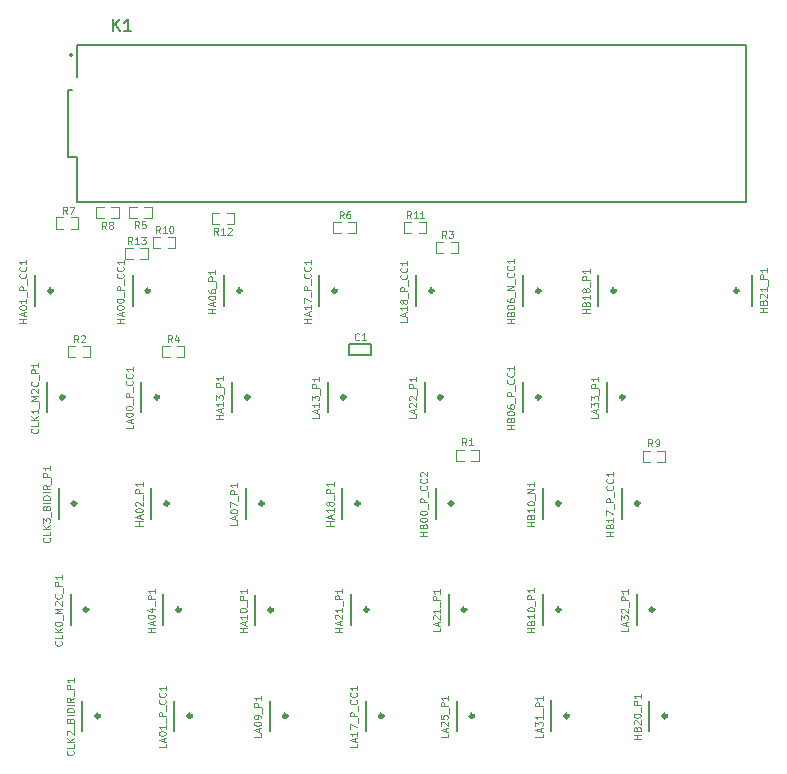
<source format=gbr>
%TF.GenerationSoftware,KiCad,Pcbnew,(6.0.8)*%
%TF.CreationDate,2022-12-05T17:54:35+01:00*%
%TF.ProjectId,FMC-HPC-BRK,464d432d-4850-4432-9d42-524b2e6b6963,rev?*%
%TF.SameCoordinates,Original*%
%TF.FileFunction,Legend,Top*%
%TF.FilePolarity,Positive*%
%FSLAX46Y46*%
G04 Gerber Fmt 4.6, Leading zero omitted, Abs format (unit mm)*
G04 Created by KiCad (PCBNEW (6.0.8)) date 2022-12-05 17:54:35*
%MOMM*%
%LPD*%
G01*
G04 APERTURE LIST*
%ADD10C,0.150000*%
%ADD11C,0.100000*%
%ADD12C,0.200000*%
%ADD13C,0.120000*%
%ADD14C,0.127000*%
%ADD15C,0.300000*%
G04 APERTURE END LIST*
D10*
%TO.C,K1*%
X108285674Y-29026723D02*
X108285674Y-28023125D01*
X108859158Y-29026723D02*
X108429045Y-28453239D01*
X108859158Y-28023125D02*
X108285674Y-28596610D01*
X109814966Y-29026723D02*
X109241481Y-29026723D01*
X109528224Y-29026723D02*
X109528224Y-28023125D01*
X109432643Y-28166496D01*
X109337062Y-28262077D01*
X109241481Y-28309867D01*
D11*
%TO.C,R1*%
X138220000Y-64096428D02*
X138020000Y-63810714D01*
X137877142Y-64096428D02*
X137877142Y-63496428D01*
X138105714Y-63496428D01*
X138162857Y-63525000D01*
X138191428Y-63553571D01*
X138220000Y-63610714D01*
X138220000Y-63696428D01*
X138191428Y-63753571D01*
X138162857Y-63782142D01*
X138105714Y-63810714D01*
X137877142Y-63810714D01*
X138791428Y-64096428D02*
X138448571Y-64096428D01*
X138620000Y-64096428D02*
X138620000Y-63496428D01*
X138562857Y-63582142D01*
X138505714Y-63639285D01*
X138448571Y-63667857D01*
%TO.C,R9*%
X153970000Y-64166428D02*
X153770000Y-63880714D01*
X153627142Y-64166428D02*
X153627142Y-63566428D01*
X153855714Y-63566428D01*
X153912857Y-63595000D01*
X153941428Y-63623571D01*
X153970000Y-63680714D01*
X153970000Y-63766428D01*
X153941428Y-63823571D01*
X153912857Y-63852142D01*
X153855714Y-63880714D01*
X153627142Y-63880714D01*
X154255714Y-64166428D02*
X154370000Y-64166428D01*
X154427142Y-64137857D01*
X154455714Y-64109285D01*
X154512857Y-64023571D01*
X154541428Y-63909285D01*
X154541428Y-63680714D01*
X154512857Y-63623571D01*
X154484285Y-63595000D01*
X154427142Y-63566428D01*
X154312857Y-63566428D01*
X154255714Y-63595000D01*
X154227142Y-63623571D01*
X154198571Y-63680714D01*
X154198571Y-63823571D01*
X154227142Y-63880714D01*
X154255714Y-63909285D01*
X154312857Y-63937857D01*
X154427142Y-63937857D01*
X154484285Y-63909285D01*
X154512857Y-63880714D01*
X154541428Y-63823571D01*
%TO.C,R4*%
X113295000Y-55341428D02*
X113095000Y-55055714D01*
X112952142Y-55341428D02*
X112952142Y-54741428D01*
X113180714Y-54741428D01*
X113237857Y-54770000D01*
X113266428Y-54798571D01*
X113295000Y-54855714D01*
X113295000Y-54941428D01*
X113266428Y-54998571D01*
X113237857Y-55027142D01*
X113180714Y-55055714D01*
X112952142Y-55055714D01*
X113809285Y-54941428D02*
X113809285Y-55341428D01*
X113666428Y-54712857D02*
X113523571Y-55141428D01*
X113895000Y-55141428D01*
%TO.C,R2*%
X105360000Y-55366428D02*
X105160000Y-55080714D01*
X105017142Y-55366428D02*
X105017142Y-54766428D01*
X105245714Y-54766428D01*
X105302857Y-54795000D01*
X105331428Y-54823571D01*
X105360000Y-54880714D01*
X105360000Y-54966428D01*
X105331428Y-55023571D01*
X105302857Y-55052142D01*
X105245714Y-55080714D01*
X105017142Y-55080714D01*
X105588571Y-54823571D02*
X105617142Y-54795000D01*
X105674285Y-54766428D01*
X105817142Y-54766428D01*
X105874285Y-54795000D01*
X105902857Y-54823571D01*
X105931428Y-54880714D01*
X105931428Y-54937857D01*
X105902857Y-55023571D01*
X105560000Y-55366428D01*
X105931428Y-55366428D01*
%TO.C,R13*%
X109929285Y-47041428D02*
X109729285Y-46755714D01*
X109586428Y-47041428D02*
X109586428Y-46441428D01*
X109815000Y-46441428D01*
X109872142Y-46470000D01*
X109900714Y-46498571D01*
X109929285Y-46555714D01*
X109929285Y-46641428D01*
X109900714Y-46698571D01*
X109872142Y-46727142D01*
X109815000Y-46755714D01*
X109586428Y-46755714D01*
X110500714Y-47041428D02*
X110157857Y-47041428D01*
X110329285Y-47041428D02*
X110329285Y-46441428D01*
X110272142Y-46527142D01*
X110215000Y-46584285D01*
X110157857Y-46612857D01*
X110700714Y-46441428D02*
X111072142Y-46441428D01*
X110872142Y-46670000D01*
X110957857Y-46670000D01*
X111015000Y-46698571D01*
X111043571Y-46727142D01*
X111072142Y-46784285D01*
X111072142Y-46927142D01*
X111043571Y-46984285D01*
X111015000Y-47012857D01*
X110957857Y-47041428D01*
X110786428Y-47041428D01*
X110729285Y-47012857D01*
X110700714Y-46984285D01*
%TO.C,R10*%
X112269285Y-46116428D02*
X112069285Y-45830714D01*
X111926428Y-46116428D02*
X111926428Y-45516428D01*
X112155000Y-45516428D01*
X112212142Y-45545000D01*
X112240714Y-45573571D01*
X112269285Y-45630714D01*
X112269285Y-45716428D01*
X112240714Y-45773571D01*
X112212142Y-45802142D01*
X112155000Y-45830714D01*
X111926428Y-45830714D01*
X112840714Y-46116428D02*
X112497857Y-46116428D01*
X112669285Y-46116428D02*
X112669285Y-45516428D01*
X112612142Y-45602142D01*
X112555000Y-45659285D01*
X112497857Y-45687857D01*
X113212142Y-45516428D02*
X113269285Y-45516428D01*
X113326428Y-45545000D01*
X113355000Y-45573571D01*
X113383571Y-45630714D01*
X113412142Y-45745000D01*
X113412142Y-45887857D01*
X113383571Y-46002142D01*
X113355000Y-46059285D01*
X113326428Y-46087857D01*
X113269285Y-46116428D01*
X113212142Y-46116428D01*
X113155000Y-46087857D01*
X113126428Y-46059285D01*
X113097857Y-46002142D01*
X113069285Y-45887857D01*
X113069285Y-45745000D01*
X113097857Y-45630714D01*
X113126428Y-45573571D01*
X113155000Y-45545000D01*
X113212142Y-45516428D01*
%TO.C,R7*%
X104425000Y-44471428D02*
X104225000Y-44185714D01*
X104082142Y-44471428D02*
X104082142Y-43871428D01*
X104310714Y-43871428D01*
X104367857Y-43900000D01*
X104396428Y-43928571D01*
X104425000Y-43985714D01*
X104425000Y-44071428D01*
X104396428Y-44128571D01*
X104367857Y-44157142D01*
X104310714Y-44185714D01*
X104082142Y-44185714D01*
X104625000Y-43871428D02*
X105025000Y-43871428D01*
X104767857Y-44471428D01*
%TO.C,R8*%
X107720000Y-45761428D02*
X107520000Y-45475714D01*
X107377142Y-45761428D02*
X107377142Y-45161428D01*
X107605714Y-45161428D01*
X107662857Y-45190000D01*
X107691428Y-45218571D01*
X107720000Y-45275714D01*
X107720000Y-45361428D01*
X107691428Y-45418571D01*
X107662857Y-45447142D01*
X107605714Y-45475714D01*
X107377142Y-45475714D01*
X108062857Y-45418571D02*
X108005714Y-45390000D01*
X107977142Y-45361428D01*
X107948571Y-45304285D01*
X107948571Y-45275714D01*
X107977142Y-45218571D01*
X108005714Y-45190000D01*
X108062857Y-45161428D01*
X108177142Y-45161428D01*
X108234285Y-45190000D01*
X108262857Y-45218571D01*
X108291428Y-45275714D01*
X108291428Y-45304285D01*
X108262857Y-45361428D01*
X108234285Y-45390000D01*
X108177142Y-45418571D01*
X108062857Y-45418571D01*
X108005714Y-45447142D01*
X107977142Y-45475714D01*
X107948571Y-45532857D01*
X107948571Y-45647142D01*
X107977142Y-45704285D01*
X108005714Y-45732857D01*
X108062857Y-45761428D01*
X108177142Y-45761428D01*
X108234285Y-45732857D01*
X108262857Y-45704285D01*
X108291428Y-45647142D01*
X108291428Y-45532857D01*
X108262857Y-45475714D01*
X108234285Y-45447142D01*
X108177142Y-45418571D01*
%TO.C,R5*%
X110495000Y-45721428D02*
X110295000Y-45435714D01*
X110152142Y-45721428D02*
X110152142Y-45121428D01*
X110380714Y-45121428D01*
X110437857Y-45150000D01*
X110466428Y-45178571D01*
X110495000Y-45235714D01*
X110495000Y-45321428D01*
X110466428Y-45378571D01*
X110437857Y-45407142D01*
X110380714Y-45435714D01*
X110152142Y-45435714D01*
X111037857Y-45121428D02*
X110752142Y-45121428D01*
X110723571Y-45407142D01*
X110752142Y-45378571D01*
X110809285Y-45350000D01*
X110952142Y-45350000D01*
X111009285Y-45378571D01*
X111037857Y-45407142D01*
X111066428Y-45464285D01*
X111066428Y-45607142D01*
X111037857Y-45664285D01*
X111009285Y-45692857D01*
X110952142Y-45721428D01*
X110809285Y-45721428D01*
X110752142Y-45692857D01*
X110723571Y-45664285D01*
%TO.C,R12*%
X117199285Y-46266428D02*
X116999285Y-45980714D01*
X116856428Y-46266428D02*
X116856428Y-45666428D01*
X117085000Y-45666428D01*
X117142142Y-45695000D01*
X117170714Y-45723571D01*
X117199285Y-45780714D01*
X117199285Y-45866428D01*
X117170714Y-45923571D01*
X117142142Y-45952142D01*
X117085000Y-45980714D01*
X116856428Y-45980714D01*
X117770714Y-46266428D02*
X117427857Y-46266428D01*
X117599285Y-46266428D02*
X117599285Y-45666428D01*
X117542142Y-45752142D01*
X117485000Y-45809285D01*
X117427857Y-45837857D01*
X117999285Y-45723571D02*
X118027857Y-45695000D01*
X118085000Y-45666428D01*
X118227857Y-45666428D01*
X118285000Y-45695000D01*
X118313571Y-45723571D01*
X118342142Y-45780714D01*
X118342142Y-45837857D01*
X118313571Y-45923571D01*
X117970714Y-46266428D01*
X118342142Y-46266428D01*
%TO.C,R3*%
X136505000Y-46531428D02*
X136305000Y-46245714D01*
X136162142Y-46531428D02*
X136162142Y-45931428D01*
X136390714Y-45931428D01*
X136447857Y-45960000D01*
X136476428Y-45988571D01*
X136505000Y-46045714D01*
X136505000Y-46131428D01*
X136476428Y-46188571D01*
X136447857Y-46217142D01*
X136390714Y-46245714D01*
X136162142Y-46245714D01*
X136705000Y-45931428D02*
X137076428Y-45931428D01*
X136876428Y-46160000D01*
X136962142Y-46160000D01*
X137019285Y-46188571D01*
X137047857Y-46217142D01*
X137076428Y-46274285D01*
X137076428Y-46417142D01*
X137047857Y-46474285D01*
X137019285Y-46502857D01*
X136962142Y-46531428D01*
X136790714Y-46531428D01*
X136733571Y-46502857D01*
X136705000Y-46474285D01*
%TO.C,R11*%
X133514285Y-44841428D02*
X133314285Y-44555714D01*
X133171428Y-44841428D02*
X133171428Y-44241428D01*
X133400000Y-44241428D01*
X133457142Y-44270000D01*
X133485714Y-44298571D01*
X133514285Y-44355714D01*
X133514285Y-44441428D01*
X133485714Y-44498571D01*
X133457142Y-44527142D01*
X133400000Y-44555714D01*
X133171428Y-44555714D01*
X134085714Y-44841428D02*
X133742857Y-44841428D01*
X133914285Y-44841428D02*
X133914285Y-44241428D01*
X133857142Y-44327142D01*
X133800000Y-44384285D01*
X133742857Y-44412857D01*
X134657142Y-44841428D02*
X134314285Y-44841428D01*
X134485714Y-44841428D02*
X134485714Y-44241428D01*
X134428571Y-44327142D01*
X134371428Y-44384285D01*
X134314285Y-44412857D01*
%TO.C,R6*%
X127820000Y-44861428D02*
X127620000Y-44575714D01*
X127477142Y-44861428D02*
X127477142Y-44261428D01*
X127705714Y-44261428D01*
X127762857Y-44290000D01*
X127791428Y-44318571D01*
X127820000Y-44375714D01*
X127820000Y-44461428D01*
X127791428Y-44518571D01*
X127762857Y-44547142D01*
X127705714Y-44575714D01*
X127477142Y-44575714D01*
X128334285Y-44261428D02*
X128220000Y-44261428D01*
X128162857Y-44290000D01*
X128134285Y-44318571D01*
X128077142Y-44404285D01*
X128048571Y-44518571D01*
X128048571Y-44747142D01*
X128077142Y-44804285D01*
X128105714Y-44832857D01*
X128162857Y-44861428D01*
X128277142Y-44861428D01*
X128334285Y-44832857D01*
X128362857Y-44804285D01*
X128391428Y-44747142D01*
X128391428Y-44604285D01*
X128362857Y-44547142D01*
X128334285Y-44518571D01*
X128277142Y-44490000D01*
X128162857Y-44490000D01*
X128105714Y-44518571D01*
X128077142Y-44547142D01*
X128048571Y-44604285D01*
%TO.C,C1*%
X129115000Y-55134285D02*
X129086428Y-55162857D01*
X129000714Y-55191428D01*
X128943571Y-55191428D01*
X128857857Y-55162857D01*
X128800714Y-55105714D01*
X128772142Y-55048571D01*
X128743571Y-54934285D01*
X128743571Y-54848571D01*
X128772142Y-54734285D01*
X128800714Y-54677142D01*
X128857857Y-54620000D01*
X128943571Y-54591428D01*
X129000714Y-54591428D01*
X129086428Y-54620000D01*
X129115000Y-54648571D01*
X129686428Y-55191428D02*
X129343571Y-55191428D01*
X129515000Y-55191428D02*
X129515000Y-54591428D01*
X129457857Y-54677142D01*
X129400714Y-54734285D01*
X129343571Y-54762857D01*
%TO.C,LA00_P_CC1*%
X109963053Y-62345719D02*
X109963053Y-62631433D01*
X109363053Y-62631433D01*
X109791625Y-62174290D02*
X109791625Y-61888576D01*
X109963053Y-62231433D02*
X109363053Y-62031433D01*
X109963053Y-61831433D01*
X109363053Y-61517147D02*
X109363053Y-61460005D01*
X109391625Y-61402862D01*
X109420196Y-61374290D01*
X109477339Y-61345719D01*
X109591625Y-61317147D01*
X109734482Y-61317147D01*
X109848767Y-61345719D01*
X109905910Y-61374290D01*
X109934482Y-61402862D01*
X109963053Y-61460005D01*
X109963053Y-61517147D01*
X109934482Y-61574290D01*
X109905910Y-61602862D01*
X109848767Y-61631433D01*
X109734482Y-61660005D01*
X109591625Y-61660005D01*
X109477339Y-61631433D01*
X109420196Y-61602862D01*
X109391625Y-61574290D01*
X109363053Y-61517147D01*
X109363053Y-60945719D02*
X109363053Y-60888576D01*
X109391625Y-60831433D01*
X109420196Y-60802862D01*
X109477339Y-60774290D01*
X109591625Y-60745719D01*
X109734482Y-60745719D01*
X109848767Y-60774290D01*
X109905910Y-60802862D01*
X109934482Y-60831433D01*
X109963053Y-60888576D01*
X109963053Y-60945719D01*
X109934482Y-61002862D01*
X109905910Y-61031433D01*
X109848767Y-61060005D01*
X109734482Y-61088576D01*
X109591625Y-61088576D01*
X109477339Y-61060005D01*
X109420196Y-61031433D01*
X109391625Y-61002862D01*
X109363053Y-60945719D01*
X110020196Y-60631433D02*
X110020196Y-60174290D01*
X109963053Y-60031433D02*
X109363053Y-60031433D01*
X109363053Y-59802862D01*
X109391625Y-59745719D01*
X109420196Y-59717147D01*
X109477339Y-59688576D01*
X109563053Y-59688576D01*
X109620196Y-59717147D01*
X109648767Y-59745719D01*
X109677339Y-59802862D01*
X109677339Y-60031433D01*
X110020196Y-59574290D02*
X110020196Y-59117147D01*
X109905910Y-58631433D02*
X109934482Y-58660005D01*
X109963053Y-58745719D01*
X109963053Y-58802862D01*
X109934482Y-58888576D01*
X109877339Y-58945719D01*
X109820196Y-58974290D01*
X109705910Y-59002862D01*
X109620196Y-59002862D01*
X109505910Y-58974290D01*
X109448767Y-58945719D01*
X109391625Y-58888576D01*
X109363053Y-58802862D01*
X109363053Y-58745719D01*
X109391625Y-58660005D01*
X109420196Y-58631433D01*
X109905910Y-58031433D02*
X109934482Y-58060005D01*
X109963053Y-58145719D01*
X109963053Y-58202862D01*
X109934482Y-58288576D01*
X109877339Y-58345719D01*
X109820196Y-58374290D01*
X109705910Y-58402862D01*
X109620196Y-58402862D01*
X109505910Y-58374290D01*
X109448767Y-58345719D01*
X109391625Y-58288576D01*
X109363053Y-58202862D01*
X109363053Y-58145719D01*
X109391625Y-58060005D01*
X109420196Y-58031433D01*
X109963053Y-57460005D02*
X109963053Y-57802862D01*
X109963053Y-57631433D02*
X109363053Y-57631433D01*
X109448767Y-57688576D01*
X109505910Y-57745719D01*
X109534482Y-57802862D01*
%TO.C,LA32_P1*%
X151898053Y-79517147D02*
X151898053Y-79802862D01*
X151298053Y-79802862D01*
X151726625Y-79345719D02*
X151726625Y-79060005D01*
X151898053Y-79402862D02*
X151298053Y-79202862D01*
X151898053Y-79002862D01*
X151298053Y-78860005D02*
X151298053Y-78488576D01*
X151526625Y-78688576D01*
X151526625Y-78602862D01*
X151555196Y-78545719D01*
X151583767Y-78517147D01*
X151640910Y-78488576D01*
X151783767Y-78488576D01*
X151840910Y-78517147D01*
X151869482Y-78545719D01*
X151898053Y-78602862D01*
X151898053Y-78774290D01*
X151869482Y-78831433D01*
X151840910Y-78860005D01*
X151355196Y-78260005D02*
X151326625Y-78231433D01*
X151298053Y-78174290D01*
X151298053Y-78031433D01*
X151326625Y-77974290D01*
X151355196Y-77945719D01*
X151412339Y-77917147D01*
X151469482Y-77917147D01*
X151555196Y-77945719D01*
X151898053Y-78288576D01*
X151898053Y-77917147D01*
X151955196Y-77802862D02*
X151955196Y-77345719D01*
X151898053Y-77202862D02*
X151298053Y-77202862D01*
X151298053Y-76974290D01*
X151326625Y-76917147D01*
X151355196Y-76888576D01*
X151412339Y-76860005D01*
X151498053Y-76860005D01*
X151555196Y-76888576D01*
X151583767Y-76917147D01*
X151612339Y-76974290D01*
X151612339Y-77202862D01*
X151898053Y-76288576D02*
X151898053Y-76631433D01*
X151898053Y-76460005D02*
X151298053Y-76460005D01*
X151383767Y-76517147D01*
X151440910Y-76574290D01*
X151469482Y-76631433D01*
%TO.C,HA04_P1*%
X111818053Y-79874290D02*
X111218053Y-79874290D01*
X111503767Y-79874290D02*
X111503767Y-79531433D01*
X111818053Y-79531433D02*
X111218053Y-79531433D01*
X111646625Y-79274290D02*
X111646625Y-78988576D01*
X111818053Y-79331433D02*
X111218053Y-79131433D01*
X111818053Y-78931433D01*
X111218053Y-78617147D02*
X111218053Y-78560005D01*
X111246625Y-78502862D01*
X111275196Y-78474290D01*
X111332339Y-78445719D01*
X111446625Y-78417147D01*
X111589482Y-78417147D01*
X111703767Y-78445719D01*
X111760910Y-78474290D01*
X111789482Y-78502862D01*
X111818053Y-78560005D01*
X111818053Y-78617147D01*
X111789482Y-78674290D01*
X111760910Y-78702862D01*
X111703767Y-78731433D01*
X111589482Y-78760005D01*
X111446625Y-78760005D01*
X111332339Y-78731433D01*
X111275196Y-78702862D01*
X111246625Y-78674290D01*
X111218053Y-78617147D01*
X111418053Y-77902862D02*
X111818053Y-77902862D01*
X111189482Y-78045719D02*
X111618053Y-78188576D01*
X111618053Y-77817147D01*
X111875196Y-77731433D02*
X111875196Y-77274290D01*
X111818053Y-77131433D02*
X111218053Y-77131433D01*
X111218053Y-76902862D01*
X111246625Y-76845719D01*
X111275196Y-76817147D01*
X111332339Y-76788576D01*
X111418053Y-76788576D01*
X111475196Y-76817147D01*
X111503767Y-76845719D01*
X111532339Y-76902862D01*
X111532339Y-77131433D01*
X111818053Y-76217147D02*
X111818053Y-76560005D01*
X111818053Y-76388576D02*
X111218053Y-76388576D01*
X111303767Y-76445719D01*
X111360910Y-76502862D01*
X111389482Y-76560005D01*
%TO.C,CLK3_BIDIR_P1*%
X102905910Y-71931433D02*
X102934482Y-71960005D01*
X102963053Y-72045719D01*
X102963053Y-72102862D01*
X102934482Y-72188576D01*
X102877339Y-72245719D01*
X102820196Y-72274290D01*
X102705910Y-72302862D01*
X102620196Y-72302862D01*
X102505910Y-72274290D01*
X102448767Y-72245719D01*
X102391625Y-72188576D01*
X102363053Y-72102862D01*
X102363053Y-72045719D01*
X102391625Y-71960005D01*
X102420196Y-71931433D01*
X102963053Y-71388576D02*
X102963053Y-71674290D01*
X102363053Y-71674290D01*
X102963053Y-71188576D02*
X102363053Y-71188576D01*
X102963053Y-70845719D02*
X102620196Y-71102862D01*
X102363053Y-70845719D02*
X102705910Y-71188576D01*
X102363053Y-70645719D02*
X102363053Y-70274290D01*
X102591625Y-70474290D01*
X102591625Y-70388576D01*
X102620196Y-70331433D01*
X102648767Y-70302862D01*
X102705910Y-70274290D01*
X102848767Y-70274290D01*
X102905910Y-70302862D01*
X102934482Y-70331433D01*
X102963053Y-70388576D01*
X102963053Y-70560005D01*
X102934482Y-70617147D01*
X102905910Y-70645719D01*
X103020196Y-70160005D02*
X103020196Y-69702862D01*
X102648767Y-69360005D02*
X102677339Y-69274290D01*
X102705910Y-69245719D01*
X102763053Y-69217147D01*
X102848767Y-69217147D01*
X102905910Y-69245719D01*
X102934482Y-69274290D01*
X102963053Y-69331433D01*
X102963053Y-69560005D01*
X102363053Y-69560005D01*
X102363053Y-69360005D01*
X102391625Y-69302862D01*
X102420196Y-69274290D01*
X102477339Y-69245719D01*
X102534482Y-69245719D01*
X102591625Y-69274290D01*
X102620196Y-69302862D01*
X102648767Y-69360005D01*
X102648767Y-69560005D01*
X102963053Y-68960005D02*
X102363053Y-68960005D01*
X102963053Y-68674290D02*
X102363053Y-68674290D01*
X102363053Y-68531433D01*
X102391625Y-68445719D01*
X102448767Y-68388576D01*
X102505910Y-68360005D01*
X102620196Y-68331433D01*
X102705910Y-68331433D01*
X102820196Y-68360005D01*
X102877339Y-68388576D01*
X102934482Y-68445719D01*
X102963053Y-68531433D01*
X102963053Y-68674290D01*
X102963053Y-68074290D02*
X102363053Y-68074290D01*
X102963053Y-67445719D02*
X102677339Y-67645719D01*
X102963053Y-67788576D02*
X102363053Y-67788576D01*
X102363053Y-67560005D01*
X102391625Y-67502862D01*
X102420196Y-67474290D01*
X102477339Y-67445719D01*
X102563053Y-67445719D01*
X102620196Y-67474290D01*
X102648767Y-67502862D01*
X102677339Y-67560005D01*
X102677339Y-67788576D01*
X103020196Y-67331433D02*
X103020196Y-66874290D01*
X102963053Y-66731433D02*
X102363053Y-66731433D01*
X102363053Y-66502862D01*
X102391625Y-66445719D01*
X102420196Y-66417147D01*
X102477339Y-66388576D01*
X102563053Y-66388576D01*
X102620196Y-66417147D01*
X102648767Y-66445719D01*
X102677339Y-66502862D01*
X102677339Y-66731433D01*
X102963053Y-65817147D02*
X102963053Y-66160005D01*
X102963053Y-65988576D02*
X102363053Y-65988576D01*
X102448767Y-66045719D01*
X102505910Y-66102862D01*
X102534482Y-66160005D01*
%TO.C,LA13_P1*%
X125748053Y-61512147D02*
X125748053Y-61797862D01*
X125148053Y-61797862D01*
X125576625Y-61340719D02*
X125576625Y-61055005D01*
X125748053Y-61397862D02*
X125148053Y-61197862D01*
X125748053Y-60997862D01*
X125748053Y-60483576D02*
X125748053Y-60826433D01*
X125748053Y-60655005D02*
X125148053Y-60655005D01*
X125233767Y-60712147D01*
X125290910Y-60769290D01*
X125319482Y-60826433D01*
X125148053Y-60283576D02*
X125148053Y-59912147D01*
X125376625Y-60112147D01*
X125376625Y-60026433D01*
X125405196Y-59969290D01*
X125433767Y-59940719D01*
X125490910Y-59912147D01*
X125633767Y-59912147D01*
X125690910Y-59940719D01*
X125719482Y-59969290D01*
X125748053Y-60026433D01*
X125748053Y-60197862D01*
X125719482Y-60255005D01*
X125690910Y-60283576D01*
X125805196Y-59797862D02*
X125805196Y-59340719D01*
X125748053Y-59197862D02*
X125148053Y-59197862D01*
X125148053Y-58969290D01*
X125176625Y-58912147D01*
X125205196Y-58883576D01*
X125262339Y-58855005D01*
X125348053Y-58855005D01*
X125405196Y-58883576D01*
X125433767Y-58912147D01*
X125462339Y-58969290D01*
X125462339Y-59197862D01*
X125748053Y-58283576D02*
X125748053Y-58626433D01*
X125748053Y-58455005D02*
X125148053Y-58455005D01*
X125233767Y-58512147D01*
X125290910Y-58569290D01*
X125319482Y-58626433D01*
%TO.C,HA17_P_CC1*%
X125028053Y-53697862D02*
X124428053Y-53697862D01*
X124713767Y-53697862D02*
X124713767Y-53355005D01*
X125028053Y-53355005D02*
X124428053Y-53355005D01*
X124856625Y-53097862D02*
X124856625Y-52812147D01*
X125028053Y-53155005D02*
X124428053Y-52955005D01*
X125028053Y-52755005D01*
X125028053Y-52240719D02*
X125028053Y-52583576D01*
X125028053Y-52412147D02*
X124428053Y-52412147D01*
X124513767Y-52469290D01*
X124570910Y-52526433D01*
X124599482Y-52583576D01*
X124428053Y-52040719D02*
X124428053Y-51640719D01*
X125028053Y-51897862D01*
X125085196Y-51555005D02*
X125085196Y-51097862D01*
X125028053Y-50955005D02*
X124428053Y-50955005D01*
X124428053Y-50726433D01*
X124456625Y-50669290D01*
X124485196Y-50640719D01*
X124542339Y-50612147D01*
X124628053Y-50612147D01*
X124685196Y-50640719D01*
X124713767Y-50669290D01*
X124742339Y-50726433D01*
X124742339Y-50955005D01*
X125085196Y-50497862D02*
X125085196Y-50040719D01*
X124970910Y-49555005D02*
X124999482Y-49583576D01*
X125028053Y-49669290D01*
X125028053Y-49726433D01*
X124999482Y-49812147D01*
X124942339Y-49869290D01*
X124885196Y-49897862D01*
X124770910Y-49926433D01*
X124685196Y-49926433D01*
X124570910Y-49897862D01*
X124513767Y-49869290D01*
X124456625Y-49812147D01*
X124428053Y-49726433D01*
X124428053Y-49669290D01*
X124456625Y-49583576D01*
X124485196Y-49555005D01*
X124970910Y-48955005D02*
X124999482Y-48983576D01*
X125028053Y-49069290D01*
X125028053Y-49126433D01*
X124999482Y-49212147D01*
X124942339Y-49269290D01*
X124885196Y-49297862D01*
X124770910Y-49326433D01*
X124685196Y-49326433D01*
X124570910Y-49297862D01*
X124513767Y-49269290D01*
X124456625Y-49212147D01*
X124428053Y-49126433D01*
X124428053Y-49069290D01*
X124456625Y-48983576D01*
X124485196Y-48955005D01*
X125028053Y-48383576D02*
X125028053Y-48726433D01*
X125028053Y-48555005D02*
X124428053Y-48555005D01*
X124513767Y-48612147D01*
X124570910Y-48669290D01*
X124599482Y-48726433D01*
%TO.C,LA01_P_CC1*%
X112763053Y-89340719D02*
X112763053Y-89626433D01*
X112163053Y-89626433D01*
X112591625Y-89169290D02*
X112591625Y-88883576D01*
X112763053Y-89226433D02*
X112163053Y-89026433D01*
X112763053Y-88826433D01*
X112163053Y-88512147D02*
X112163053Y-88455005D01*
X112191625Y-88397862D01*
X112220196Y-88369290D01*
X112277339Y-88340719D01*
X112391625Y-88312147D01*
X112534482Y-88312147D01*
X112648767Y-88340719D01*
X112705910Y-88369290D01*
X112734482Y-88397862D01*
X112763053Y-88455005D01*
X112763053Y-88512147D01*
X112734482Y-88569290D01*
X112705910Y-88597862D01*
X112648767Y-88626433D01*
X112534482Y-88655005D01*
X112391625Y-88655005D01*
X112277339Y-88626433D01*
X112220196Y-88597862D01*
X112191625Y-88569290D01*
X112163053Y-88512147D01*
X112763053Y-87740719D02*
X112763053Y-88083576D01*
X112763053Y-87912147D02*
X112163053Y-87912147D01*
X112248767Y-87969290D01*
X112305910Y-88026433D01*
X112334482Y-88083576D01*
X112820196Y-87626433D02*
X112820196Y-87169290D01*
X112763053Y-87026433D02*
X112163053Y-87026433D01*
X112163053Y-86797862D01*
X112191625Y-86740719D01*
X112220196Y-86712147D01*
X112277339Y-86683576D01*
X112363053Y-86683576D01*
X112420196Y-86712147D01*
X112448767Y-86740719D01*
X112477339Y-86797862D01*
X112477339Y-87026433D01*
X112820196Y-86569290D02*
X112820196Y-86112147D01*
X112705910Y-85626433D02*
X112734482Y-85655005D01*
X112763053Y-85740719D01*
X112763053Y-85797862D01*
X112734482Y-85883576D01*
X112677339Y-85940719D01*
X112620196Y-85969290D01*
X112505910Y-85997862D01*
X112420196Y-85997862D01*
X112305910Y-85969290D01*
X112248767Y-85940719D01*
X112191625Y-85883576D01*
X112163053Y-85797862D01*
X112163053Y-85740719D01*
X112191625Y-85655005D01*
X112220196Y-85626433D01*
X112705910Y-85026433D02*
X112734482Y-85055005D01*
X112763053Y-85140719D01*
X112763053Y-85197862D01*
X112734482Y-85283576D01*
X112677339Y-85340719D01*
X112620196Y-85369290D01*
X112505910Y-85397862D01*
X112420196Y-85397862D01*
X112305910Y-85369290D01*
X112248767Y-85340719D01*
X112191625Y-85283576D01*
X112163053Y-85197862D01*
X112163053Y-85140719D01*
X112191625Y-85055005D01*
X112220196Y-85026433D01*
X112763053Y-84455005D02*
X112763053Y-84797862D01*
X112763053Y-84626433D02*
X112163053Y-84626433D01*
X112248767Y-84683576D01*
X112305910Y-84740719D01*
X112334482Y-84797862D01*
%TO.C,HB00_P_CC2*%
X134888053Y-71740719D02*
X134288053Y-71740719D01*
X134573767Y-71740719D02*
X134573767Y-71397862D01*
X134888053Y-71397862D02*
X134288053Y-71397862D01*
X134573767Y-70912147D02*
X134602339Y-70826433D01*
X134630910Y-70797862D01*
X134688053Y-70769290D01*
X134773767Y-70769290D01*
X134830910Y-70797862D01*
X134859482Y-70826433D01*
X134888053Y-70883576D01*
X134888053Y-71112147D01*
X134288053Y-71112147D01*
X134288053Y-70912147D01*
X134316625Y-70855005D01*
X134345196Y-70826433D01*
X134402339Y-70797862D01*
X134459482Y-70797862D01*
X134516625Y-70826433D01*
X134545196Y-70855005D01*
X134573767Y-70912147D01*
X134573767Y-71112147D01*
X134288053Y-70397862D02*
X134288053Y-70340719D01*
X134316625Y-70283576D01*
X134345196Y-70255005D01*
X134402339Y-70226433D01*
X134516625Y-70197862D01*
X134659482Y-70197862D01*
X134773767Y-70226433D01*
X134830910Y-70255005D01*
X134859482Y-70283576D01*
X134888053Y-70340719D01*
X134888053Y-70397862D01*
X134859482Y-70455005D01*
X134830910Y-70483576D01*
X134773767Y-70512147D01*
X134659482Y-70540719D01*
X134516625Y-70540719D01*
X134402339Y-70512147D01*
X134345196Y-70483576D01*
X134316625Y-70455005D01*
X134288053Y-70397862D01*
X134288053Y-69826433D02*
X134288053Y-69769290D01*
X134316625Y-69712147D01*
X134345196Y-69683576D01*
X134402339Y-69655005D01*
X134516625Y-69626433D01*
X134659482Y-69626433D01*
X134773767Y-69655005D01*
X134830910Y-69683576D01*
X134859482Y-69712147D01*
X134888053Y-69769290D01*
X134888053Y-69826433D01*
X134859482Y-69883576D01*
X134830910Y-69912147D01*
X134773767Y-69940719D01*
X134659482Y-69969290D01*
X134516625Y-69969290D01*
X134402339Y-69940719D01*
X134345196Y-69912147D01*
X134316625Y-69883576D01*
X134288053Y-69826433D01*
X134945196Y-69512147D02*
X134945196Y-69055005D01*
X134888053Y-68912147D02*
X134288053Y-68912147D01*
X134288053Y-68683576D01*
X134316625Y-68626433D01*
X134345196Y-68597862D01*
X134402339Y-68569290D01*
X134488053Y-68569290D01*
X134545196Y-68597862D01*
X134573767Y-68626433D01*
X134602339Y-68683576D01*
X134602339Y-68912147D01*
X134945196Y-68455005D02*
X134945196Y-67997862D01*
X134830910Y-67512147D02*
X134859482Y-67540719D01*
X134888053Y-67626433D01*
X134888053Y-67683576D01*
X134859482Y-67769290D01*
X134802339Y-67826433D01*
X134745196Y-67855005D01*
X134630910Y-67883576D01*
X134545196Y-67883576D01*
X134430910Y-67855005D01*
X134373767Y-67826433D01*
X134316625Y-67769290D01*
X134288053Y-67683576D01*
X134288053Y-67626433D01*
X134316625Y-67540719D01*
X134345196Y-67512147D01*
X134830910Y-66912147D02*
X134859482Y-66940719D01*
X134888053Y-67026433D01*
X134888053Y-67083576D01*
X134859482Y-67169290D01*
X134802339Y-67226433D01*
X134745196Y-67255005D01*
X134630910Y-67283576D01*
X134545196Y-67283576D01*
X134430910Y-67255005D01*
X134373767Y-67226433D01*
X134316625Y-67169290D01*
X134288053Y-67083576D01*
X134288053Y-67026433D01*
X134316625Y-66940719D01*
X134345196Y-66912147D01*
X134345196Y-66683576D02*
X134316625Y-66655005D01*
X134288053Y-66597862D01*
X134288053Y-66455005D01*
X134316625Y-66397862D01*
X134345196Y-66369290D01*
X134402339Y-66340719D01*
X134459482Y-66340719D01*
X134545196Y-66369290D01*
X134888053Y-66712147D01*
X134888053Y-66340719D01*
%TO.C,CLK1_M2C_P1*%
X101905910Y-62674290D02*
X101934482Y-62702862D01*
X101963053Y-62788576D01*
X101963053Y-62845719D01*
X101934482Y-62931433D01*
X101877339Y-62988576D01*
X101820196Y-63017147D01*
X101705910Y-63045719D01*
X101620196Y-63045719D01*
X101505910Y-63017147D01*
X101448767Y-62988576D01*
X101391625Y-62931433D01*
X101363053Y-62845719D01*
X101363053Y-62788576D01*
X101391625Y-62702862D01*
X101420196Y-62674290D01*
X101963053Y-62131433D02*
X101963053Y-62417147D01*
X101363053Y-62417147D01*
X101963053Y-61931433D02*
X101363053Y-61931433D01*
X101963053Y-61588576D02*
X101620196Y-61845719D01*
X101363053Y-61588576D02*
X101705910Y-61931433D01*
X101963053Y-61017147D02*
X101963053Y-61360005D01*
X101963053Y-61188576D02*
X101363053Y-61188576D01*
X101448767Y-61245719D01*
X101505910Y-61302862D01*
X101534482Y-61360005D01*
X102020196Y-60902862D02*
X102020196Y-60445719D01*
X101963053Y-60302862D02*
X101363053Y-60302862D01*
X101791625Y-60102862D01*
X101363053Y-59902862D01*
X101963053Y-59902862D01*
X101420196Y-59645719D02*
X101391625Y-59617147D01*
X101363053Y-59560005D01*
X101363053Y-59417147D01*
X101391625Y-59360005D01*
X101420196Y-59331433D01*
X101477339Y-59302862D01*
X101534482Y-59302862D01*
X101620196Y-59331433D01*
X101963053Y-59674290D01*
X101963053Y-59302862D01*
X101905910Y-58702862D02*
X101934482Y-58731433D01*
X101963053Y-58817147D01*
X101963053Y-58874290D01*
X101934482Y-58960005D01*
X101877339Y-59017147D01*
X101820196Y-59045719D01*
X101705910Y-59074290D01*
X101620196Y-59074290D01*
X101505910Y-59045719D01*
X101448767Y-59017147D01*
X101391625Y-58960005D01*
X101363053Y-58874290D01*
X101363053Y-58817147D01*
X101391625Y-58731433D01*
X101420196Y-58702862D01*
X102020196Y-58588576D02*
X102020196Y-58131433D01*
X101963053Y-57988576D02*
X101363053Y-57988576D01*
X101363053Y-57760005D01*
X101391625Y-57702862D01*
X101420196Y-57674290D01*
X101477339Y-57645719D01*
X101563053Y-57645719D01*
X101620196Y-57674290D01*
X101648767Y-57702862D01*
X101677339Y-57760005D01*
X101677339Y-57988576D01*
X101963053Y-57074290D02*
X101963053Y-57417147D01*
X101963053Y-57245719D02*
X101363053Y-57245719D01*
X101448767Y-57302862D01*
X101505910Y-57360005D01*
X101534482Y-57417147D01*
%TO.C,LA17_P_CC1*%
X128963053Y-89345719D02*
X128963053Y-89631433D01*
X128363053Y-89631433D01*
X128791625Y-89174290D02*
X128791625Y-88888576D01*
X128963053Y-89231433D02*
X128363053Y-89031433D01*
X128963053Y-88831433D01*
X128963053Y-88317147D02*
X128963053Y-88660005D01*
X128963053Y-88488576D02*
X128363053Y-88488576D01*
X128448767Y-88545719D01*
X128505910Y-88602862D01*
X128534482Y-88660005D01*
X128363053Y-88117147D02*
X128363053Y-87717147D01*
X128963053Y-87974290D01*
X129020196Y-87631433D02*
X129020196Y-87174290D01*
X128963053Y-87031433D02*
X128363053Y-87031433D01*
X128363053Y-86802862D01*
X128391625Y-86745719D01*
X128420196Y-86717147D01*
X128477339Y-86688576D01*
X128563053Y-86688576D01*
X128620196Y-86717147D01*
X128648767Y-86745719D01*
X128677339Y-86802862D01*
X128677339Y-87031433D01*
X129020196Y-86574290D02*
X129020196Y-86117147D01*
X128905910Y-85631433D02*
X128934482Y-85660005D01*
X128963053Y-85745719D01*
X128963053Y-85802862D01*
X128934482Y-85888576D01*
X128877339Y-85945719D01*
X128820196Y-85974290D01*
X128705910Y-86002862D01*
X128620196Y-86002862D01*
X128505910Y-85974290D01*
X128448767Y-85945719D01*
X128391625Y-85888576D01*
X128363053Y-85802862D01*
X128363053Y-85745719D01*
X128391625Y-85660005D01*
X128420196Y-85631433D01*
X128905910Y-85031433D02*
X128934482Y-85060005D01*
X128963053Y-85145719D01*
X128963053Y-85202862D01*
X128934482Y-85288576D01*
X128877339Y-85345719D01*
X128820196Y-85374290D01*
X128705910Y-85402862D01*
X128620196Y-85402862D01*
X128505910Y-85374290D01*
X128448767Y-85345719D01*
X128391625Y-85288576D01*
X128363053Y-85202862D01*
X128363053Y-85145719D01*
X128391625Y-85060005D01*
X128420196Y-85031433D01*
X128963053Y-84460005D02*
X128963053Y-84802862D01*
X128963053Y-84631433D02*
X128363053Y-84631433D01*
X128448767Y-84688576D01*
X128505910Y-84745719D01*
X128534482Y-84802862D01*
%TO.C,HB21_P1*%
X163654803Y-52792137D02*
X163054803Y-52792137D01*
X163340517Y-52792137D02*
X163340517Y-52449280D01*
X163654803Y-52449280D02*
X163054803Y-52449280D01*
X163340517Y-51963566D02*
X163369089Y-51877852D01*
X163397660Y-51849280D01*
X163454803Y-51820709D01*
X163540517Y-51820709D01*
X163597660Y-51849280D01*
X163626232Y-51877852D01*
X163654803Y-51934995D01*
X163654803Y-52163566D01*
X163054803Y-52163566D01*
X163054803Y-51963566D01*
X163083375Y-51906423D01*
X163111946Y-51877852D01*
X163169089Y-51849280D01*
X163226232Y-51849280D01*
X163283375Y-51877852D01*
X163311946Y-51906423D01*
X163340517Y-51963566D01*
X163340517Y-52163566D01*
X163111946Y-51592137D02*
X163083375Y-51563566D01*
X163054803Y-51506423D01*
X163054803Y-51363566D01*
X163083375Y-51306423D01*
X163111946Y-51277852D01*
X163169089Y-51249280D01*
X163226232Y-51249280D01*
X163311946Y-51277852D01*
X163654803Y-51620709D01*
X163654803Y-51249280D01*
X163654803Y-50677852D02*
X163654803Y-51020709D01*
X163654803Y-50849280D02*
X163054803Y-50849280D01*
X163140517Y-50906423D01*
X163197660Y-50963566D01*
X163226232Y-51020709D01*
X163711946Y-50563566D02*
X163711946Y-50106423D01*
X163654803Y-49963566D02*
X163054803Y-49963566D01*
X163054803Y-49734995D01*
X163083375Y-49677852D01*
X163111946Y-49649280D01*
X163169089Y-49620709D01*
X163254803Y-49620709D01*
X163311946Y-49649280D01*
X163340517Y-49677852D01*
X163369089Y-49734995D01*
X163369089Y-49963566D01*
X163654803Y-49049280D02*
X163654803Y-49392137D01*
X163654803Y-49220709D02*
X163054803Y-49220709D01*
X163140517Y-49277852D01*
X163197660Y-49334995D01*
X163226232Y-49392137D01*
%TO.C,LA21_P1*%
X135963053Y-79517147D02*
X135963053Y-79802862D01*
X135363053Y-79802862D01*
X135791625Y-79345719D02*
X135791625Y-79060005D01*
X135963053Y-79402862D02*
X135363053Y-79202862D01*
X135963053Y-79002862D01*
X135420196Y-78831433D02*
X135391625Y-78802862D01*
X135363053Y-78745719D01*
X135363053Y-78602862D01*
X135391625Y-78545719D01*
X135420196Y-78517147D01*
X135477339Y-78488576D01*
X135534482Y-78488576D01*
X135620196Y-78517147D01*
X135963053Y-78860005D01*
X135963053Y-78488576D01*
X135963053Y-77917147D02*
X135963053Y-78260005D01*
X135963053Y-78088576D02*
X135363053Y-78088576D01*
X135448767Y-78145719D01*
X135505910Y-78202862D01*
X135534482Y-78260005D01*
X136020196Y-77802862D02*
X136020196Y-77345719D01*
X135963053Y-77202862D02*
X135363053Y-77202862D01*
X135363053Y-76974290D01*
X135391625Y-76917147D01*
X135420196Y-76888576D01*
X135477339Y-76860005D01*
X135563053Y-76860005D01*
X135620196Y-76888576D01*
X135648767Y-76917147D01*
X135677339Y-76974290D01*
X135677339Y-77202862D01*
X135963053Y-76288576D02*
X135963053Y-76631433D01*
X135963053Y-76460005D02*
X135363053Y-76460005D01*
X135448767Y-76517147D01*
X135505910Y-76574290D01*
X135534482Y-76631433D01*
%TO.C,HA00_P_CC1*%
X109208053Y-53702862D02*
X108608053Y-53702862D01*
X108893767Y-53702862D02*
X108893767Y-53360005D01*
X109208053Y-53360005D02*
X108608053Y-53360005D01*
X109036625Y-53102862D02*
X109036625Y-52817147D01*
X109208053Y-53160005D02*
X108608053Y-52960005D01*
X109208053Y-52760005D01*
X108608053Y-52445719D02*
X108608053Y-52388576D01*
X108636625Y-52331433D01*
X108665196Y-52302862D01*
X108722339Y-52274290D01*
X108836625Y-52245719D01*
X108979482Y-52245719D01*
X109093767Y-52274290D01*
X109150910Y-52302862D01*
X109179482Y-52331433D01*
X109208053Y-52388576D01*
X109208053Y-52445719D01*
X109179482Y-52502862D01*
X109150910Y-52531433D01*
X109093767Y-52560005D01*
X108979482Y-52588576D01*
X108836625Y-52588576D01*
X108722339Y-52560005D01*
X108665196Y-52531433D01*
X108636625Y-52502862D01*
X108608053Y-52445719D01*
X108608053Y-51874290D02*
X108608053Y-51817147D01*
X108636625Y-51760005D01*
X108665196Y-51731433D01*
X108722339Y-51702862D01*
X108836625Y-51674290D01*
X108979482Y-51674290D01*
X109093767Y-51702862D01*
X109150910Y-51731433D01*
X109179482Y-51760005D01*
X109208053Y-51817147D01*
X109208053Y-51874290D01*
X109179482Y-51931433D01*
X109150910Y-51960005D01*
X109093767Y-51988576D01*
X108979482Y-52017147D01*
X108836625Y-52017147D01*
X108722339Y-51988576D01*
X108665196Y-51960005D01*
X108636625Y-51931433D01*
X108608053Y-51874290D01*
X109265196Y-51560005D02*
X109265196Y-51102862D01*
X109208053Y-50960005D02*
X108608053Y-50960005D01*
X108608053Y-50731433D01*
X108636625Y-50674290D01*
X108665196Y-50645719D01*
X108722339Y-50617147D01*
X108808053Y-50617147D01*
X108865196Y-50645719D01*
X108893767Y-50674290D01*
X108922339Y-50731433D01*
X108922339Y-50960005D01*
X109265196Y-50502862D02*
X109265196Y-50045719D01*
X109150910Y-49560005D02*
X109179482Y-49588576D01*
X109208053Y-49674290D01*
X109208053Y-49731433D01*
X109179482Y-49817147D01*
X109122339Y-49874290D01*
X109065196Y-49902862D01*
X108950910Y-49931433D01*
X108865196Y-49931433D01*
X108750910Y-49902862D01*
X108693767Y-49874290D01*
X108636625Y-49817147D01*
X108608053Y-49731433D01*
X108608053Y-49674290D01*
X108636625Y-49588576D01*
X108665196Y-49560005D01*
X109150910Y-48960005D02*
X109179482Y-48988576D01*
X109208053Y-49074290D01*
X109208053Y-49131433D01*
X109179482Y-49217147D01*
X109122339Y-49274290D01*
X109065196Y-49302862D01*
X108950910Y-49331433D01*
X108865196Y-49331433D01*
X108750910Y-49302862D01*
X108693767Y-49274290D01*
X108636625Y-49217147D01*
X108608053Y-49131433D01*
X108608053Y-49074290D01*
X108636625Y-48988576D01*
X108665196Y-48960005D01*
X109208053Y-48388576D02*
X109208053Y-48731433D01*
X109208053Y-48560005D02*
X108608053Y-48560005D01*
X108693767Y-48617147D01*
X108750910Y-48674290D01*
X108779482Y-48731433D01*
%TO.C,CLK2_BIDIR_P1*%
X104905910Y-89931433D02*
X104934482Y-89960005D01*
X104963053Y-90045719D01*
X104963053Y-90102862D01*
X104934482Y-90188576D01*
X104877339Y-90245719D01*
X104820196Y-90274290D01*
X104705910Y-90302862D01*
X104620196Y-90302862D01*
X104505910Y-90274290D01*
X104448767Y-90245719D01*
X104391625Y-90188576D01*
X104363053Y-90102862D01*
X104363053Y-90045719D01*
X104391625Y-89960005D01*
X104420196Y-89931433D01*
X104963053Y-89388576D02*
X104963053Y-89674290D01*
X104363053Y-89674290D01*
X104963053Y-89188576D02*
X104363053Y-89188576D01*
X104963053Y-88845719D02*
X104620196Y-89102862D01*
X104363053Y-88845719D02*
X104705910Y-89188576D01*
X104420196Y-88617147D02*
X104391625Y-88588576D01*
X104363053Y-88531433D01*
X104363053Y-88388576D01*
X104391625Y-88331433D01*
X104420196Y-88302862D01*
X104477339Y-88274290D01*
X104534482Y-88274290D01*
X104620196Y-88302862D01*
X104963053Y-88645719D01*
X104963053Y-88274290D01*
X105020196Y-88160005D02*
X105020196Y-87702862D01*
X104648767Y-87360005D02*
X104677339Y-87274290D01*
X104705910Y-87245719D01*
X104763053Y-87217147D01*
X104848767Y-87217147D01*
X104905910Y-87245719D01*
X104934482Y-87274290D01*
X104963053Y-87331433D01*
X104963053Y-87560005D01*
X104363053Y-87560005D01*
X104363053Y-87360005D01*
X104391625Y-87302862D01*
X104420196Y-87274290D01*
X104477339Y-87245719D01*
X104534482Y-87245719D01*
X104591625Y-87274290D01*
X104620196Y-87302862D01*
X104648767Y-87360005D01*
X104648767Y-87560005D01*
X104963053Y-86960005D02*
X104363053Y-86960005D01*
X104963053Y-86674290D02*
X104363053Y-86674290D01*
X104363053Y-86531433D01*
X104391625Y-86445719D01*
X104448767Y-86388576D01*
X104505910Y-86360005D01*
X104620196Y-86331433D01*
X104705910Y-86331433D01*
X104820196Y-86360005D01*
X104877339Y-86388576D01*
X104934482Y-86445719D01*
X104963053Y-86531433D01*
X104963053Y-86674290D01*
X104963053Y-86074290D02*
X104363053Y-86074290D01*
X104963053Y-85445719D02*
X104677339Y-85645719D01*
X104963053Y-85788576D02*
X104363053Y-85788576D01*
X104363053Y-85560005D01*
X104391625Y-85502862D01*
X104420196Y-85474290D01*
X104477339Y-85445719D01*
X104563053Y-85445719D01*
X104620196Y-85474290D01*
X104648767Y-85502862D01*
X104677339Y-85560005D01*
X104677339Y-85788576D01*
X105020196Y-85331433D02*
X105020196Y-84874290D01*
X104963053Y-84731433D02*
X104363053Y-84731433D01*
X104363053Y-84502862D01*
X104391625Y-84445719D01*
X104420196Y-84417147D01*
X104477339Y-84388576D01*
X104563053Y-84388576D01*
X104620196Y-84417147D01*
X104648767Y-84445719D01*
X104677339Y-84502862D01*
X104677339Y-84731433D01*
X104963053Y-83817147D02*
X104963053Y-84160005D01*
X104963053Y-83988576D02*
X104363053Y-83988576D01*
X104448767Y-84045719D01*
X104505910Y-84102862D01*
X104534482Y-84160005D01*
%TO.C,HA13_P1*%
X117608053Y-61874290D02*
X117008053Y-61874290D01*
X117293767Y-61874290D02*
X117293767Y-61531433D01*
X117608053Y-61531433D02*
X117008053Y-61531433D01*
X117436625Y-61274290D02*
X117436625Y-60988576D01*
X117608053Y-61331433D02*
X117008053Y-61131433D01*
X117608053Y-60931433D01*
X117608053Y-60417147D02*
X117608053Y-60760005D01*
X117608053Y-60588576D02*
X117008053Y-60588576D01*
X117093767Y-60645719D01*
X117150910Y-60702862D01*
X117179482Y-60760005D01*
X117008053Y-60217147D02*
X117008053Y-59845719D01*
X117236625Y-60045719D01*
X117236625Y-59960005D01*
X117265196Y-59902862D01*
X117293767Y-59874290D01*
X117350910Y-59845719D01*
X117493767Y-59845719D01*
X117550910Y-59874290D01*
X117579482Y-59902862D01*
X117608053Y-59960005D01*
X117608053Y-60131433D01*
X117579482Y-60188576D01*
X117550910Y-60217147D01*
X117665196Y-59731433D02*
X117665196Y-59274290D01*
X117608053Y-59131433D02*
X117008053Y-59131433D01*
X117008053Y-58902862D01*
X117036625Y-58845719D01*
X117065196Y-58817147D01*
X117122339Y-58788576D01*
X117208053Y-58788576D01*
X117265196Y-58817147D01*
X117293767Y-58845719D01*
X117322339Y-58902862D01*
X117322339Y-59131433D01*
X117608053Y-58217147D02*
X117608053Y-58560005D01*
X117608053Y-58388576D02*
X117008053Y-58388576D01*
X117093767Y-58445719D01*
X117150910Y-58502862D01*
X117179482Y-58560005D01*
%TO.C,LA18_P_CC1*%
X133208053Y-53345719D02*
X133208053Y-53631433D01*
X132608053Y-53631433D01*
X133036625Y-53174290D02*
X133036625Y-52888576D01*
X133208053Y-53231433D02*
X132608053Y-53031433D01*
X133208053Y-52831433D01*
X133208053Y-52317147D02*
X133208053Y-52660005D01*
X133208053Y-52488576D02*
X132608053Y-52488576D01*
X132693767Y-52545719D01*
X132750910Y-52602862D01*
X132779482Y-52660005D01*
X132865196Y-51974290D02*
X132836625Y-52031433D01*
X132808053Y-52060005D01*
X132750910Y-52088576D01*
X132722339Y-52088576D01*
X132665196Y-52060005D01*
X132636625Y-52031433D01*
X132608053Y-51974290D01*
X132608053Y-51860005D01*
X132636625Y-51802862D01*
X132665196Y-51774290D01*
X132722339Y-51745719D01*
X132750910Y-51745719D01*
X132808053Y-51774290D01*
X132836625Y-51802862D01*
X132865196Y-51860005D01*
X132865196Y-51974290D01*
X132893767Y-52031433D01*
X132922339Y-52060005D01*
X132979482Y-52088576D01*
X133093767Y-52088576D01*
X133150910Y-52060005D01*
X133179482Y-52031433D01*
X133208053Y-51974290D01*
X133208053Y-51860005D01*
X133179482Y-51802862D01*
X133150910Y-51774290D01*
X133093767Y-51745719D01*
X132979482Y-51745719D01*
X132922339Y-51774290D01*
X132893767Y-51802862D01*
X132865196Y-51860005D01*
X133265196Y-51631433D02*
X133265196Y-51174290D01*
X133208053Y-51031433D02*
X132608053Y-51031433D01*
X132608053Y-50802862D01*
X132636625Y-50745719D01*
X132665196Y-50717147D01*
X132722339Y-50688576D01*
X132808053Y-50688576D01*
X132865196Y-50717147D01*
X132893767Y-50745719D01*
X132922339Y-50802862D01*
X132922339Y-51031433D01*
X133265196Y-50574290D02*
X133265196Y-50117147D01*
X133150910Y-49631433D02*
X133179482Y-49660005D01*
X133208053Y-49745719D01*
X133208053Y-49802862D01*
X133179482Y-49888576D01*
X133122339Y-49945719D01*
X133065196Y-49974290D01*
X132950910Y-50002862D01*
X132865196Y-50002862D01*
X132750910Y-49974290D01*
X132693767Y-49945719D01*
X132636625Y-49888576D01*
X132608053Y-49802862D01*
X132608053Y-49745719D01*
X132636625Y-49660005D01*
X132665196Y-49631433D01*
X133150910Y-49031433D02*
X133179482Y-49060005D01*
X133208053Y-49145719D01*
X133208053Y-49202862D01*
X133179482Y-49288576D01*
X133122339Y-49345719D01*
X133065196Y-49374290D01*
X132950910Y-49402862D01*
X132865196Y-49402862D01*
X132750910Y-49374290D01*
X132693767Y-49345719D01*
X132636625Y-49288576D01*
X132608053Y-49202862D01*
X132608053Y-49145719D01*
X132636625Y-49060005D01*
X132665196Y-49031433D01*
X133208053Y-48460005D02*
X133208053Y-48802862D01*
X133208053Y-48631433D02*
X132608053Y-48631433D01*
X132693767Y-48688576D01*
X132750910Y-48745719D01*
X132779482Y-48802862D01*
%TO.C,HA21_P1*%
X127703053Y-79874290D02*
X127103053Y-79874290D01*
X127388767Y-79874290D02*
X127388767Y-79531433D01*
X127703053Y-79531433D02*
X127103053Y-79531433D01*
X127531625Y-79274290D02*
X127531625Y-78988576D01*
X127703053Y-79331433D02*
X127103053Y-79131433D01*
X127703053Y-78931433D01*
X127160196Y-78760005D02*
X127131625Y-78731433D01*
X127103053Y-78674290D01*
X127103053Y-78531433D01*
X127131625Y-78474290D01*
X127160196Y-78445719D01*
X127217339Y-78417147D01*
X127274482Y-78417147D01*
X127360196Y-78445719D01*
X127703053Y-78788576D01*
X127703053Y-78417147D01*
X127703053Y-77845719D02*
X127703053Y-78188576D01*
X127703053Y-78017147D02*
X127103053Y-78017147D01*
X127188767Y-78074290D01*
X127245910Y-78131433D01*
X127274482Y-78188576D01*
X127760196Y-77731433D02*
X127760196Y-77274290D01*
X127703053Y-77131433D02*
X127103053Y-77131433D01*
X127103053Y-76902862D01*
X127131625Y-76845719D01*
X127160196Y-76817147D01*
X127217339Y-76788576D01*
X127303053Y-76788576D01*
X127360196Y-76817147D01*
X127388767Y-76845719D01*
X127417339Y-76902862D01*
X127417339Y-77131433D01*
X127703053Y-76217147D02*
X127703053Y-76560005D01*
X127703053Y-76388576D02*
X127103053Y-76388576D01*
X127188767Y-76445719D01*
X127245910Y-76502862D01*
X127274482Y-76560005D01*
%TO.C,HB17_P_CC1*%
X150648053Y-71745719D02*
X150048053Y-71745719D01*
X150333767Y-71745719D02*
X150333767Y-71402862D01*
X150648053Y-71402862D02*
X150048053Y-71402862D01*
X150333767Y-70917147D02*
X150362339Y-70831433D01*
X150390910Y-70802862D01*
X150448053Y-70774290D01*
X150533767Y-70774290D01*
X150590910Y-70802862D01*
X150619482Y-70831433D01*
X150648053Y-70888576D01*
X150648053Y-71117147D01*
X150048053Y-71117147D01*
X150048053Y-70917147D01*
X150076625Y-70860005D01*
X150105196Y-70831433D01*
X150162339Y-70802862D01*
X150219482Y-70802862D01*
X150276625Y-70831433D01*
X150305196Y-70860005D01*
X150333767Y-70917147D01*
X150333767Y-71117147D01*
X150648053Y-70202862D02*
X150648053Y-70545719D01*
X150648053Y-70374290D02*
X150048053Y-70374290D01*
X150133767Y-70431433D01*
X150190910Y-70488576D01*
X150219482Y-70545719D01*
X150048053Y-70002862D02*
X150048053Y-69602862D01*
X150648053Y-69860005D01*
X150705196Y-69517147D02*
X150705196Y-69060005D01*
X150648053Y-68917147D02*
X150048053Y-68917147D01*
X150048053Y-68688576D01*
X150076625Y-68631433D01*
X150105196Y-68602862D01*
X150162339Y-68574290D01*
X150248053Y-68574290D01*
X150305196Y-68602862D01*
X150333767Y-68631433D01*
X150362339Y-68688576D01*
X150362339Y-68917147D01*
X150705196Y-68460005D02*
X150705196Y-68002862D01*
X150590910Y-67517147D02*
X150619482Y-67545719D01*
X150648053Y-67631433D01*
X150648053Y-67688576D01*
X150619482Y-67774290D01*
X150562339Y-67831433D01*
X150505196Y-67860005D01*
X150390910Y-67888576D01*
X150305196Y-67888576D01*
X150190910Y-67860005D01*
X150133767Y-67831433D01*
X150076625Y-67774290D01*
X150048053Y-67688576D01*
X150048053Y-67631433D01*
X150076625Y-67545719D01*
X150105196Y-67517147D01*
X150590910Y-66917147D02*
X150619482Y-66945719D01*
X150648053Y-67031433D01*
X150648053Y-67088576D01*
X150619482Y-67174290D01*
X150562339Y-67231433D01*
X150505196Y-67260005D01*
X150390910Y-67288576D01*
X150305196Y-67288576D01*
X150190910Y-67260005D01*
X150133767Y-67231433D01*
X150076625Y-67174290D01*
X150048053Y-67088576D01*
X150048053Y-67031433D01*
X150076625Y-66945719D01*
X150105196Y-66917147D01*
X150648053Y-66345719D02*
X150648053Y-66688576D01*
X150648053Y-66517147D02*
X150048053Y-66517147D01*
X150133767Y-66574290D01*
X150190910Y-66631433D01*
X150219482Y-66688576D01*
%TO.C,LA07_P1*%
X118833053Y-70522147D02*
X118833053Y-70807862D01*
X118233053Y-70807862D01*
X118661625Y-70350719D02*
X118661625Y-70065005D01*
X118833053Y-70407862D02*
X118233053Y-70207862D01*
X118833053Y-70007862D01*
X118233053Y-69693576D02*
X118233053Y-69636433D01*
X118261625Y-69579290D01*
X118290196Y-69550719D01*
X118347339Y-69522147D01*
X118461625Y-69493576D01*
X118604482Y-69493576D01*
X118718767Y-69522147D01*
X118775910Y-69550719D01*
X118804482Y-69579290D01*
X118833053Y-69636433D01*
X118833053Y-69693576D01*
X118804482Y-69750719D01*
X118775910Y-69779290D01*
X118718767Y-69807862D01*
X118604482Y-69836433D01*
X118461625Y-69836433D01*
X118347339Y-69807862D01*
X118290196Y-69779290D01*
X118261625Y-69750719D01*
X118233053Y-69693576D01*
X118233053Y-69293576D02*
X118233053Y-68893576D01*
X118833053Y-69150719D01*
X118890196Y-68807862D02*
X118890196Y-68350719D01*
X118833053Y-68207862D02*
X118233053Y-68207862D01*
X118233053Y-67979290D01*
X118261625Y-67922147D01*
X118290196Y-67893576D01*
X118347339Y-67865005D01*
X118433053Y-67865005D01*
X118490196Y-67893576D01*
X118518767Y-67922147D01*
X118547339Y-67979290D01*
X118547339Y-68207862D01*
X118833053Y-67293576D02*
X118833053Y-67636433D01*
X118833053Y-67465005D02*
X118233053Y-67465005D01*
X118318767Y-67522147D01*
X118375910Y-67579290D01*
X118404482Y-67636433D01*
%TO.C,HB06_P_CC1*%
X142263053Y-62740719D02*
X141663053Y-62740719D01*
X141948767Y-62740719D02*
X141948767Y-62397862D01*
X142263053Y-62397862D02*
X141663053Y-62397862D01*
X141948767Y-61912147D02*
X141977339Y-61826433D01*
X142005910Y-61797862D01*
X142063053Y-61769290D01*
X142148767Y-61769290D01*
X142205910Y-61797862D01*
X142234482Y-61826433D01*
X142263053Y-61883576D01*
X142263053Y-62112147D01*
X141663053Y-62112147D01*
X141663053Y-61912147D01*
X141691625Y-61855005D01*
X141720196Y-61826433D01*
X141777339Y-61797862D01*
X141834482Y-61797862D01*
X141891625Y-61826433D01*
X141920196Y-61855005D01*
X141948767Y-61912147D01*
X141948767Y-62112147D01*
X141663053Y-61397862D02*
X141663053Y-61340719D01*
X141691625Y-61283576D01*
X141720196Y-61255005D01*
X141777339Y-61226433D01*
X141891625Y-61197862D01*
X142034482Y-61197862D01*
X142148767Y-61226433D01*
X142205910Y-61255005D01*
X142234482Y-61283576D01*
X142263053Y-61340719D01*
X142263053Y-61397862D01*
X142234482Y-61455005D01*
X142205910Y-61483576D01*
X142148767Y-61512147D01*
X142034482Y-61540719D01*
X141891625Y-61540719D01*
X141777339Y-61512147D01*
X141720196Y-61483576D01*
X141691625Y-61455005D01*
X141663053Y-61397862D01*
X141663053Y-60683576D02*
X141663053Y-60797862D01*
X141691625Y-60855005D01*
X141720196Y-60883576D01*
X141805910Y-60940719D01*
X141920196Y-60969290D01*
X142148767Y-60969290D01*
X142205910Y-60940719D01*
X142234482Y-60912147D01*
X142263053Y-60855005D01*
X142263053Y-60740719D01*
X142234482Y-60683576D01*
X142205910Y-60655005D01*
X142148767Y-60626433D01*
X142005910Y-60626433D01*
X141948767Y-60655005D01*
X141920196Y-60683576D01*
X141891625Y-60740719D01*
X141891625Y-60855005D01*
X141920196Y-60912147D01*
X141948767Y-60940719D01*
X142005910Y-60969290D01*
X142320196Y-60512147D02*
X142320196Y-60055005D01*
X142263053Y-59912147D02*
X141663053Y-59912147D01*
X141663053Y-59683576D01*
X141691625Y-59626433D01*
X141720196Y-59597862D01*
X141777339Y-59569290D01*
X141863053Y-59569290D01*
X141920196Y-59597862D01*
X141948767Y-59626433D01*
X141977339Y-59683576D01*
X141977339Y-59912147D01*
X142320196Y-59455005D02*
X142320196Y-58997862D01*
X142205910Y-58512147D02*
X142234482Y-58540719D01*
X142263053Y-58626433D01*
X142263053Y-58683576D01*
X142234482Y-58769290D01*
X142177339Y-58826433D01*
X142120196Y-58855005D01*
X142005910Y-58883576D01*
X141920196Y-58883576D01*
X141805910Y-58855005D01*
X141748767Y-58826433D01*
X141691625Y-58769290D01*
X141663053Y-58683576D01*
X141663053Y-58626433D01*
X141691625Y-58540719D01*
X141720196Y-58512147D01*
X142205910Y-57912147D02*
X142234482Y-57940719D01*
X142263053Y-58026433D01*
X142263053Y-58083576D01*
X142234482Y-58169290D01*
X142177339Y-58226433D01*
X142120196Y-58255005D01*
X142005910Y-58283576D01*
X141920196Y-58283576D01*
X141805910Y-58255005D01*
X141748767Y-58226433D01*
X141691625Y-58169290D01*
X141663053Y-58083576D01*
X141663053Y-58026433D01*
X141691625Y-57940719D01*
X141720196Y-57912147D01*
X142263053Y-57340719D02*
X142263053Y-57683576D01*
X142263053Y-57512147D02*
X141663053Y-57512147D01*
X141748767Y-57569290D01*
X141805910Y-57626433D01*
X141834482Y-57683576D01*
%TO.C,HB18_P1*%
X148643053Y-52917147D02*
X148043053Y-52917147D01*
X148328767Y-52917147D02*
X148328767Y-52574290D01*
X148643053Y-52574290D02*
X148043053Y-52574290D01*
X148328767Y-52088576D02*
X148357339Y-52002862D01*
X148385910Y-51974290D01*
X148443053Y-51945719D01*
X148528767Y-51945719D01*
X148585910Y-51974290D01*
X148614482Y-52002862D01*
X148643053Y-52060005D01*
X148643053Y-52288576D01*
X148043053Y-52288576D01*
X148043053Y-52088576D01*
X148071625Y-52031433D01*
X148100196Y-52002862D01*
X148157339Y-51974290D01*
X148214482Y-51974290D01*
X148271625Y-52002862D01*
X148300196Y-52031433D01*
X148328767Y-52088576D01*
X148328767Y-52288576D01*
X148643053Y-51374290D02*
X148643053Y-51717147D01*
X148643053Y-51545719D02*
X148043053Y-51545719D01*
X148128767Y-51602862D01*
X148185910Y-51660005D01*
X148214482Y-51717147D01*
X148300196Y-51031433D02*
X148271625Y-51088576D01*
X148243053Y-51117147D01*
X148185910Y-51145719D01*
X148157339Y-51145719D01*
X148100196Y-51117147D01*
X148071625Y-51088576D01*
X148043053Y-51031433D01*
X148043053Y-50917147D01*
X148071625Y-50860005D01*
X148100196Y-50831433D01*
X148157339Y-50802862D01*
X148185910Y-50802862D01*
X148243053Y-50831433D01*
X148271625Y-50860005D01*
X148300196Y-50917147D01*
X148300196Y-51031433D01*
X148328767Y-51088576D01*
X148357339Y-51117147D01*
X148414482Y-51145719D01*
X148528767Y-51145719D01*
X148585910Y-51117147D01*
X148614482Y-51088576D01*
X148643053Y-51031433D01*
X148643053Y-50917147D01*
X148614482Y-50860005D01*
X148585910Y-50831433D01*
X148528767Y-50802862D01*
X148414482Y-50802862D01*
X148357339Y-50831433D01*
X148328767Y-50860005D01*
X148300196Y-50917147D01*
X148700196Y-50688576D02*
X148700196Y-50231433D01*
X148643053Y-50088576D02*
X148043053Y-50088576D01*
X148043053Y-49860005D01*
X148071625Y-49802862D01*
X148100196Y-49774290D01*
X148157339Y-49745719D01*
X148243053Y-49745719D01*
X148300196Y-49774290D01*
X148328767Y-49802862D01*
X148357339Y-49860005D01*
X148357339Y-50088576D01*
X148643053Y-49174290D02*
X148643053Y-49517147D01*
X148643053Y-49345719D02*
X148043053Y-49345719D01*
X148128767Y-49402862D01*
X148185910Y-49460005D01*
X148214482Y-49517147D01*
%TO.C,CLK0_M2C_P1*%
X103905910Y-80674290D02*
X103934482Y-80702862D01*
X103963053Y-80788576D01*
X103963053Y-80845719D01*
X103934482Y-80931433D01*
X103877339Y-80988576D01*
X103820196Y-81017147D01*
X103705910Y-81045719D01*
X103620196Y-81045719D01*
X103505910Y-81017147D01*
X103448767Y-80988576D01*
X103391625Y-80931433D01*
X103363053Y-80845719D01*
X103363053Y-80788576D01*
X103391625Y-80702862D01*
X103420196Y-80674290D01*
X103963053Y-80131433D02*
X103963053Y-80417147D01*
X103363053Y-80417147D01*
X103963053Y-79931433D02*
X103363053Y-79931433D01*
X103963053Y-79588576D02*
X103620196Y-79845719D01*
X103363053Y-79588576D02*
X103705910Y-79931433D01*
X103363053Y-79217147D02*
X103363053Y-79160005D01*
X103391625Y-79102862D01*
X103420196Y-79074290D01*
X103477339Y-79045719D01*
X103591625Y-79017147D01*
X103734482Y-79017147D01*
X103848767Y-79045719D01*
X103905910Y-79074290D01*
X103934482Y-79102862D01*
X103963053Y-79160005D01*
X103963053Y-79217147D01*
X103934482Y-79274290D01*
X103905910Y-79302862D01*
X103848767Y-79331433D01*
X103734482Y-79360005D01*
X103591625Y-79360005D01*
X103477339Y-79331433D01*
X103420196Y-79302862D01*
X103391625Y-79274290D01*
X103363053Y-79217147D01*
X104020196Y-78902862D02*
X104020196Y-78445719D01*
X103963053Y-78302862D02*
X103363053Y-78302862D01*
X103791625Y-78102862D01*
X103363053Y-77902862D01*
X103963053Y-77902862D01*
X103420196Y-77645719D02*
X103391625Y-77617147D01*
X103363053Y-77560005D01*
X103363053Y-77417147D01*
X103391625Y-77360005D01*
X103420196Y-77331433D01*
X103477339Y-77302862D01*
X103534482Y-77302862D01*
X103620196Y-77331433D01*
X103963053Y-77674290D01*
X103963053Y-77302862D01*
X103905910Y-76702862D02*
X103934482Y-76731433D01*
X103963053Y-76817147D01*
X103963053Y-76874290D01*
X103934482Y-76960005D01*
X103877339Y-77017147D01*
X103820196Y-77045719D01*
X103705910Y-77074290D01*
X103620196Y-77074290D01*
X103505910Y-77045719D01*
X103448767Y-77017147D01*
X103391625Y-76960005D01*
X103363053Y-76874290D01*
X103363053Y-76817147D01*
X103391625Y-76731433D01*
X103420196Y-76702862D01*
X104020196Y-76588576D02*
X104020196Y-76131433D01*
X103963053Y-75988576D02*
X103363053Y-75988576D01*
X103363053Y-75760005D01*
X103391625Y-75702862D01*
X103420196Y-75674290D01*
X103477339Y-75645719D01*
X103563053Y-75645719D01*
X103620196Y-75674290D01*
X103648767Y-75702862D01*
X103677339Y-75760005D01*
X103677339Y-75988576D01*
X103963053Y-75074290D02*
X103963053Y-75417147D01*
X103963053Y-75245719D02*
X103363053Y-75245719D01*
X103448767Y-75302862D01*
X103505910Y-75360005D01*
X103534482Y-75417147D01*
%TO.C,HA02_P1*%
X110793053Y-70874290D02*
X110193053Y-70874290D01*
X110478767Y-70874290D02*
X110478767Y-70531433D01*
X110793053Y-70531433D02*
X110193053Y-70531433D01*
X110621625Y-70274290D02*
X110621625Y-69988576D01*
X110793053Y-70331433D02*
X110193053Y-70131433D01*
X110793053Y-69931433D01*
X110193053Y-69617147D02*
X110193053Y-69560005D01*
X110221625Y-69502862D01*
X110250196Y-69474290D01*
X110307339Y-69445719D01*
X110421625Y-69417147D01*
X110564482Y-69417147D01*
X110678767Y-69445719D01*
X110735910Y-69474290D01*
X110764482Y-69502862D01*
X110793053Y-69560005D01*
X110793053Y-69617147D01*
X110764482Y-69674290D01*
X110735910Y-69702862D01*
X110678767Y-69731433D01*
X110564482Y-69760005D01*
X110421625Y-69760005D01*
X110307339Y-69731433D01*
X110250196Y-69702862D01*
X110221625Y-69674290D01*
X110193053Y-69617147D01*
X110250196Y-69188576D02*
X110221625Y-69160005D01*
X110193053Y-69102862D01*
X110193053Y-68960005D01*
X110221625Y-68902862D01*
X110250196Y-68874290D01*
X110307339Y-68845719D01*
X110364482Y-68845719D01*
X110450196Y-68874290D01*
X110793053Y-69217147D01*
X110793053Y-68845719D01*
X110850196Y-68731433D02*
X110850196Y-68274290D01*
X110793053Y-68131433D02*
X110193053Y-68131433D01*
X110193053Y-67902862D01*
X110221625Y-67845719D01*
X110250196Y-67817147D01*
X110307339Y-67788576D01*
X110393053Y-67788576D01*
X110450196Y-67817147D01*
X110478767Y-67845719D01*
X110507339Y-67902862D01*
X110507339Y-68131433D01*
X110793053Y-67217147D02*
X110793053Y-67560005D01*
X110793053Y-67388576D02*
X110193053Y-67388576D01*
X110278767Y-67445719D01*
X110335910Y-67502862D01*
X110364482Y-67560005D01*
%TO.C,LA25_P1*%
X136643053Y-88512147D02*
X136643053Y-88797862D01*
X136043053Y-88797862D01*
X136471625Y-88340719D02*
X136471625Y-88055005D01*
X136643053Y-88397862D02*
X136043053Y-88197862D01*
X136643053Y-87997862D01*
X136100196Y-87826433D02*
X136071625Y-87797862D01*
X136043053Y-87740719D01*
X136043053Y-87597862D01*
X136071625Y-87540719D01*
X136100196Y-87512147D01*
X136157339Y-87483576D01*
X136214482Y-87483576D01*
X136300196Y-87512147D01*
X136643053Y-87855005D01*
X136643053Y-87483576D01*
X136043053Y-86940719D02*
X136043053Y-87226433D01*
X136328767Y-87255005D01*
X136300196Y-87226433D01*
X136271625Y-87169290D01*
X136271625Y-87026433D01*
X136300196Y-86969290D01*
X136328767Y-86940719D01*
X136385910Y-86912147D01*
X136528767Y-86912147D01*
X136585910Y-86940719D01*
X136614482Y-86969290D01*
X136643053Y-87026433D01*
X136643053Y-87169290D01*
X136614482Y-87226433D01*
X136585910Y-87255005D01*
X136700196Y-86797862D02*
X136700196Y-86340719D01*
X136643053Y-86197862D02*
X136043053Y-86197862D01*
X136043053Y-85969290D01*
X136071625Y-85912147D01*
X136100196Y-85883576D01*
X136157339Y-85855005D01*
X136243053Y-85855005D01*
X136300196Y-85883576D01*
X136328767Y-85912147D01*
X136357339Y-85969290D01*
X136357339Y-86197862D01*
X136643053Y-85283576D02*
X136643053Y-85626433D01*
X136643053Y-85455005D02*
X136043053Y-85455005D01*
X136128767Y-85512147D01*
X136185910Y-85569290D01*
X136214482Y-85626433D01*
%TO.C,HA06_P1*%
X116963053Y-52874290D02*
X116363053Y-52874290D01*
X116648767Y-52874290D02*
X116648767Y-52531433D01*
X116963053Y-52531433D02*
X116363053Y-52531433D01*
X116791625Y-52274290D02*
X116791625Y-51988576D01*
X116963053Y-52331433D02*
X116363053Y-52131433D01*
X116963053Y-51931433D01*
X116363053Y-51617147D02*
X116363053Y-51560005D01*
X116391625Y-51502862D01*
X116420196Y-51474290D01*
X116477339Y-51445719D01*
X116591625Y-51417147D01*
X116734482Y-51417147D01*
X116848767Y-51445719D01*
X116905910Y-51474290D01*
X116934482Y-51502862D01*
X116963053Y-51560005D01*
X116963053Y-51617147D01*
X116934482Y-51674290D01*
X116905910Y-51702862D01*
X116848767Y-51731433D01*
X116734482Y-51760005D01*
X116591625Y-51760005D01*
X116477339Y-51731433D01*
X116420196Y-51702862D01*
X116391625Y-51674290D01*
X116363053Y-51617147D01*
X116363053Y-50902862D02*
X116363053Y-51017147D01*
X116391625Y-51074290D01*
X116420196Y-51102862D01*
X116505910Y-51160005D01*
X116620196Y-51188576D01*
X116848767Y-51188576D01*
X116905910Y-51160005D01*
X116934482Y-51131433D01*
X116963053Y-51074290D01*
X116963053Y-50960005D01*
X116934482Y-50902862D01*
X116905910Y-50874290D01*
X116848767Y-50845719D01*
X116705910Y-50845719D01*
X116648767Y-50874290D01*
X116620196Y-50902862D01*
X116591625Y-50960005D01*
X116591625Y-51074290D01*
X116620196Y-51131433D01*
X116648767Y-51160005D01*
X116705910Y-51188576D01*
X117020196Y-50731433D02*
X117020196Y-50274290D01*
X116963053Y-50131433D02*
X116363053Y-50131433D01*
X116363053Y-49902862D01*
X116391625Y-49845719D01*
X116420196Y-49817147D01*
X116477339Y-49788576D01*
X116563053Y-49788576D01*
X116620196Y-49817147D01*
X116648767Y-49845719D01*
X116677339Y-49902862D01*
X116677339Y-50131433D01*
X116963053Y-49217147D02*
X116963053Y-49560005D01*
X116963053Y-49388576D02*
X116363053Y-49388576D01*
X116448767Y-49445719D01*
X116505910Y-49502862D01*
X116534482Y-49560005D01*
%TO.C,LA22_P1*%
X133963053Y-61517147D02*
X133963053Y-61802862D01*
X133363053Y-61802862D01*
X133791625Y-61345719D02*
X133791625Y-61060005D01*
X133963053Y-61402862D02*
X133363053Y-61202862D01*
X133963053Y-61002862D01*
X133420196Y-60831433D02*
X133391625Y-60802862D01*
X133363053Y-60745719D01*
X133363053Y-60602862D01*
X133391625Y-60545719D01*
X133420196Y-60517147D01*
X133477339Y-60488576D01*
X133534482Y-60488576D01*
X133620196Y-60517147D01*
X133963053Y-60860005D01*
X133963053Y-60488576D01*
X133420196Y-60260005D02*
X133391625Y-60231433D01*
X133363053Y-60174290D01*
X133363053Y-60031433D01*
X133391625Y-59974290D01*
X133420196Y-59945719D01*
X133477339Y-59917147D01*
X133534482Y-59917147D01*
X133620196Y-59945719D01*
X133963053Y-60288576D01*
X133963053Y-59917147D01*
X134020196Y-59802862D02*
X134020196Y-59345719D01*
X133963053Y-59202862D02*
X133363053Y-59202862D01*
X133363053Y-58974290D01*
X133391625Y-58917147D01*
X133420196Y-58888576D01*
X133477339Y-58860005D01*
X133563053Y-58860005D01*
X133620196Y-58888576D01*
X133648767Y-58917147D01*
X133677339Y-58974290D01*
X133677339Y-59202862D01*
X133963053Y-58288576D02*
X133963053Y-58631433D01*
X133963053Y-58460005D02*
X133363053Y-58460005D01*
X133448767Y-58517147D01*
X133505910Y-58574290D01*
X133534482Y-58631433D01*
%TO.C,HA18_P1*%
X126963053Y-70874290D02*
X126363053Y-70874290D01*
X126648767Y-70874290D02*
X126648767Y-70531433D01*
X126963053Y-70531433D02*
X126363053Y-70531433D01*
X126791625Y-70274290D02*
X126791625Y-69988576D01*
X126963053Y-70331433D02*
X126363053Y-70131433D01*
X126963053Y-69931433D01*
X126963053Y-69417147D02*
X126963053Y-69760005D01*
X126963053Y-69588576D02*
X126363053Y-69588576D01*
X126448767Y-69645719D01*
X126505910Y-69702862D01*
X126534482Y-69760005D01*
X126620196Y-69074290D02*
X126591625Y-69131433D01*
X126563053Y-69160005D01*
X126505910Y-69188576D01*
X126477339Y-69188576D01*
X126420196Y-69160005D01*
X126391625Y-69131433D01*
X126363053Y-69074290D01*
X126363053Y-68960005D01*
X126391625Y-68902862D01*
X126420196Y-68874290D01*
X126477339Y-68845719D01*
X126505910Y-68845719D01*
X126563053Y-68874290D01*
X126591625Y-68902862D01*
X126620196Y-68960005D01*
X126620196Y-69074290D01*
X126648767Y-69131433D01*
X126677339Y-69160005D01*
X126734482Y-69188576D01*
X126848767Y-69188576D01*
X126905910Y-69160005D01*
X126934482Y-69131433D01*
X126963053Y-69074290D01*
X126963053Y-68960005D01*
X126934482Y-68902862D01*
X126905910Y-68874290D01*
X126848767Y-68845719D01*
X126734482Y-68845719D01*
X126677339Y-68874290D01*
X126648767Y-68902862D01*
X126620196Y-68960005D01*
X127020196Y-68731433D02*
X127020196Y-68274290D01*
X126963053Y-68131433D02*
X126363053Y-68131433D01*
X126363053Y-67902862D01*
X126391625Y-67845719D01*
X126420196Y-67817147D01*
X126477339Y-67788576D01*
X126563053Y-67788576D01*
X126620196Y-67817147D01*
X126648767Y-67845719D01*
X126677339Y-67902862D01*
X126677339Y-68131433D01*
X126963053Y-67217147D02*
X126963053Y-67560005D01*
X126963053Y-67388576D02*
X126363053Y-67388576D01*
X126448767Y-67445719D01*
X126505910Y-67502862D01*
X126534482Y-67560005D01*
%TO.C,HB10_P1*%
X143963053Y-79917147D02*
X143363053Y-79917147D01*
X143648767Y-79917147D02*
X143648767Y-79574290D01*
X143963053Y-79574290D02*
X143363053Y-79574290D01*
X143648767Y-79088576D02*
X143677339Y-79002862D01*
X143705910Y-78974290D01*
X143763053Y-78945719D01*
X143848767Y-78945719D01*
X143905910Y-78974290D01*
X143934482Y-79002862D01*
X143963053Y-79060005D01*
X143963053Y-79288576D01*
X143363053Y-79288576D01*
X143363053Y-79088576D01*
X143391625Y-79031433D01*
X143420196Y-79002862D01*
X143477339Y-78974290D01*
X143534482Y-78974290D01*
X143591625Y-79002862D01*
X143620196Y-79031433D01*
X143648767Y-79088576D01*
X143648767Y-79288576D01*
X143963053Y-78374290D02*
X143963053Y-78717147D01*
X143963053Y-78545719D02*
X143363053Y-78545719D01*
X143448767Y-78602862D01*
X143505910Y-78660005D01*
X143534482Y-78717147D01*
X143363053Y-78002862D02*
X143363053Y-77945719D01*
X143391625Y-77888576D01*
X143420196Y-77860005D01*
X143477339Y-77831433D01*
X143591625Y-77802862D01*
X143734482Y-77802862D01*
X143848767Y-77831433D01*
X143905910Y-77860005D01*
X143934482Y-77888576D01*
X143963053Y-77945719D01*
X143963053Y-78002862D01*
X143934482Y-78060005D01*
X143905910Y-78088576D01*
X143848767Y-78117147D01*
X143734482Y-78145719D01*
X143591625Y-78145719D01*
X143477339Y-78117147D01*
X143420196Y-78088576D01*
X143391625Y-78060005D01*
X143363053Y-78002862D01*
X144020196Y-77688576D02*
X144020196Y-77231433D01*
X143963053Y-77088576D02*
X143363053Y-77088576D01*
X143363053Y-76860005D01*
X143391625Y-76802862D01*
X143420196Y-76774290D01*
X143477339Y-76745719D01*
X143563053Y-76745719D01*
X143620196Y-76774290D01*
X143648767Y-76802862D01*
X143677339Y-76860005D01*
X143677339Y-77088576D01*
X143963053Y-76174290D02*
X143963053Y-76517147D01*
X143963053Y-76345719D02*
X143363053Y-76345719D01*
X143448767Y-76402862D01*
X143505910Y-76460005D01*
X143534482Y-76517147D01*
%TO.C,HA10_P1*%
X119613053Y-79899290D02*
X119013053Y-79899290D01*
X119298767Y-79899290D02*
X119298767Y-79556433D01*
X119613053Y-79556433D02*
X119013053Y-79556433D01*
X119441625Y-79299290D02*
X119441625Y-79013576D01*
X119613053Y-79356433D02*
X119013053Y-79156433D01*
X119613053Y-78956433D01*
X119613053Y-78442147D02*
X119613053Y-78785005D01*
X119613053Y-78613576D02*
X119013053Y-78613576D01*
X119098767Y-78670719D01*
X119155910Y-78727862D01*
X119184482Y-78785005D01*
X119013053Y-78070719D02*
X119013053Y-78013576D01*
X119041625Y-77956433D01*
X119070196Y-77927862D01*
X119127339Y-77899290D01*
X119241625Y-77870719D01*
X119384482Y-77870719D01*
X119498767Y-77899290D01*
X119555910Y-77927862D01*
X119584482Y-77956433D01*
X119613053Y-78013576D01*
X119613053Y-78070719D01*
X119584482Y-78127862D01*
X119555910Y-78156433D01*
X119498767Y-78185005D01*
X119384482Y-78213576D01*
X119241625Y-78213576D01*
X119127339Y-78185005D01*
X119070196Y-78156433D01*
X119041625Y-78127862D01*
X119013053Y-78070719D01*
X119670196Y-77756433D02*
X119670196Y-77299290D01*
X119613053Y-77156433D02*
X119013053Y-77156433D01*
X119013053Y-76927862D01*
X119041625Y-76870719D01*
X119070196Y-76842147D01*
X119127339Y-76813576D01*
X119213053Y-76813576D01*
X119270196Y-76842147D01*
X119298767Y-76870719D01*
X119327339Y-76927862D01*
X119327339Y-77156433D01*
X119613053Y-76242147D02*
X119613053Y-76585005D01*
X119613053Y-76413576D02*
X119013053Y-76413576D01*
X119098767Y-76470719D01*
X119155910Y-76527862D01*
X119184482Y-76585005D01*
%TO.C,LA31_P1*%
X144663053Y-88507147D02*
X144663053Y-88792862D01*
X144063053Y-88792862D01*
X144491625Y-88335719D02*
X144491625Y-88050005D01*
X144663053Y-88392862D02*
X144063053Y-88192862D01*
X144663053Y-87992862D01*
X144063053Y-87850005D02*
X144063053Y-87478576D01*
X144291625Y-87678576D01*
X144291625Y-87592862D01*
X144320196Y-87535719D01*
X144348767Y-87507147D01*
X144405910Y-87478576D01*
X144548767Y-87478576D01*
X144605910Y-87507147D01*
X144634482Y-87535719D01*
X144663053Y-87592862D01*
X144663053Y-87764290D01*
X144634482Y-87821433D01*
X144605910Y-87850005D01*
X144663053Y-86907147D02*
X144663053Y-87250005D01*
X144663053Y-87078576D02*
X144063053Y-87078576D01*
X144148767Y-87135719D01*
X144205910Y-87192862D01*
X144234482Y-87250005D01*
X144720196Y-86792862D02*
X144720196Y-86335719D01*
X144663053Y-86192862D02*
X144063053Y-86192862D01*
X144063053Y-85964290D01*
X144091625Y-85907147D01*
X144120196Y-85878576D01*
X144177339Y-85850005D01*
X144263053Y-85850005D01*
X144320196Y-85878576D01*
X144348767Y-85907147D01*
X144377339Y-85964290D01*
X144377339Y-86192862D01*
X144663053Y-85278576D02*
X144663053Y-85621433D01*
X144663053Y-85450005D02*
X144063053Y-85450005D01*
X144148767Y-85507147D01*
X144205910Y-85564290D01*
X144234482Y-85621433D01*
%TO.C,HB06_N_CC1*%
X142263053Y-53760005D02*
X141663053Y-53760005D01*
X141948767Y-53760005D02*
X141948767Y-53417147D01*
X142263053Y-53417147D02*
X141663053Y-53417147D01*
X141948767Y-52931433D02*
X141977339Y-52845719D01*
X142005910Y-52817147D01*
X142063053Y-52788576D01*
X142148767Y-52788576D01*
X142205910Y-52817147D01*
X142234482Y-52845719D01*
X142263053Y-52902862D01*
X142263053Y-53131433D01*
X141663053Y-53131433D01*
X141663053Y-52931433D01*
X141691625Y-52874290D01*
X141720196Y-52845719D01*
X141777339Y-52817147D01*
X141834482Y-52817147D01*
X141891625Y-52845719D01*
X141920196Y-52874290D01*
X141948767Y-52931433D01*
X141948767Y-53131433D01*
X141663053Y-52417147D02*
X141663053Y-52360005D01*
X141691625Y-52302862D01*
X141720196Y-52274290D01*
X141777339Y-52245719D01*
X141891625Y-52217147D01*
X142034482Y-52217147D01*
X142148767Y-52245719D01*
X142205910Y-52274290D01*
X142234482Y-52302862D01*
X142263053Y-52360005D01*
X142263053Y-52417147D01*
X142234482Y-52474290D01*
X142205910Y-52502862D01*
X142148767Y-52531433D01*
X142034482Y-52560005D01*
X141891625Y-52560005D01*
X141777339Y-52531433D01*
X141720196Y-52502862D01*
X141691625Y-52474290D01*
X141663053Y-52417147D01*
X141663053Y-51702862D02*
X141663053Y-51817147D01*
X141691625Y-51874290D01*
X141720196Y-51902862D01*
X141805910Y-51960005D01*
X141920196Y-51988576D01*
X142148767Y-51988576D01*
X142205910Y-51960005D01*
X142234482Y-51931433D01*
X142263053Y-51874290D01*
X142263053Y-51760005D01*
X142234482Y-51702862D01*
X142205910Y-51674290D01*
X142148767Y-51645719D01*
X142005910Y-51645719D01*
X141948767Y-51674290D01*
X141920196Y-51702862D01*
X141891625Y-51760005D01*
X141891625Y-51874290D01*
X141920196Y-51931433D01*
X141948767Y-51960005D01*
X142005910Y-51988576D01*
X142320196Y-51531433D02*
X142320196Y-51074290D01*
X142263053Y-50931433D02*
X141663053Y-50931433D01*
X142263053Y-50588576D01*
X141663053Y-50588576D01*
X142320196Y-50445719D02*
X142320196Y-49988576D01*
X142205910Y-49502862D02*
X142234482Y-49531433D01*
X142263053Y-49617147D01*
X142263053Y-49674290D01*
X142234482Y-49760005D01*
X142177339Y-49817147D01*
X142120196Y-49845719D01*
X142005910Y-49874290D01*
X141920196Y-49874290D01*
X141805910Y-49845719D01*
X141748767Y-49817147D01*
X141691625Y-49760005D01*
X141663053Y-49674290D01*
X141663053Y-49617147D01*
X141691625Y-49531433D01*
X141720196Y-49502862D01*
X142205910Y-48902862D02*
X142234482Y-48931433D01*
X142263053Y-49017147D01*
X142263053Y-49074290D01*
X142234482Y-49160005D01*
X142177339Y-49217147D01*
X142120196Y-49245719D01*
X142005910Y-49274290D01*
X141920196Y-49274290D01*
X141805910Y-49245719D01*
X141748767Y-49217147D01*
X141691625Y-49160005D01*
X141663053Y-49074290D01*
X141663053Y-49017147D01*
X141691625Y-48931433D01*
X141720196Y-48902862D01*
X142263053Y-48331433D02*
X142263053Y-48674290D01*
X142263053Y-48502862D02*
X141663053Y-48502862D01*
X141748767Y-48560005D01*
X141805910Y-48617147D01*
X141834482Y-48674290D01*
%TO.C,HB20_P1*%
X152963053Y-88917147D02*
X152363053Y-88917147D01*
X152648767Y-88917147D02*
X152648767Y-88574290D01*
X152963053Y-88574290D02*
X152363053Y-88574290D01*
X152648767Y-88088576D02*
X152677339Y-88002862D01*
X152705910Y-87974290D01*
X152763053Y-87945719D01*
X152848767Y-87945719D01*
X152905910Y-87974290D01*
X152934482Y-88002862D01*
X152963053Y-88060005D01*
X152963053Y-88288576D01*
X152363053Y-88288576D01*
X152363053Y-88088576D01*
X152391625Y-88031433D01*
X152420196Y-88002862D01*
X152477339Y-87974290D01*
X152534482Y-87974290D01*
X152591625Y-88002862D01*
X152620196Y-88031433D01*
X152648767Y-88088576D01*
X152648767Y-88288576D01*
X152420196Y-87717147D02*
X152391625Y-87688576D01*
X152363053Y-87631433D01*
X152363053Y-87488576D01*
X152391625Y-87431433D01*
X152420196Y-87402862D01*
X152477339Y-87374290D01*
X152534482Y-87374290D01*
X152620196Y-87402862D01*
X152963053Y-87745719D01*
X152963053Y-87374290D01*
X152363053Y-87002862D02*
X152363053Y-86945719D01*
X152391625Y-86888576D01*
X152420196Y-86860005D01*
X152477339Y-86831433D01*
X152591625Y-86802862D01*
X152734482Y-86802862D01*
X152848767Y-86831433D01*
X152905910Y-86860005D01*
X152934482Y-86888576D01*
X152963053Y-86945719D01*
X152963053Y-87002862D01*
X152934482Y-87060005D01*
X152905910Y-87088576D01*
X152848767Y-87117147D01*
X152734482Y-87145719D01*
X152591625Y-87145719D01*
X152477339Y-87117147D01*
X152420196Y-87088576D01*
X152391625Y-87060005D01*
X152363053Y-87002862D01*
X153020196Y-86688576D02*
X153020196Y-86231433D01*
X152963053Y-86088576D02*
X152363053Y-86088576D01*
X152363053Y-85860005D01*
X152391625Y-85802862D01*
X152420196Y-85774290D01*
X152477339Y-85745719D01*
X152563053Y-85745719D01*
X152620196Y-85774290D01*
X152648767Y-85802862D01*
X152677339Y-85860005D01*
X152677339Y-86088576D01*
X152963053Y-85174290D02*
X152963053Y-85517147D01*
X152963053Y-85345719D02*
X152363053Y-85345719D01*
X152448767Y-85402862D01*
X152505910Y-85460005D01*
X152534482Y-85517147D01*
%TO.C,LA09_P1*%
X120833053Y-88517147D02*
X120833053Y-88802862D01*
X120233053Y-88802862D01*
X120661625Y-88345719D02*
X120661625Y-88060005D01*
X120833053Y-88402862D02*
X120233053Y-88202862D01*
X120833053Y-88002862D01*
X120233053Y-87688576D02*
X120233053Y-87631433D01*
X120261625Y-87574290D01*
X120290196Y-87545719D01*
X120347339Y-87517147D01*
X120461625Y-87488576D01*
X120604482Y-87488576D01*
X120718767Y-87517147D01*
X120775910Y-87545719D01*
X120804482Y-87574290D01*
X120833053Y-87631433D01*
X120833053Y-87688576D01*
X120804482Y-87745719D01*
X120775910Y-87774290D01*
X120718767Y-87802862D01*
X120604482Y-87831433D01*
X120461625Y-87831433D01*
X120347339Y-87802862D01*
X120290196Y-87774290D01*
X120261625Y-87745719D01*
X120233053Y-87688576D01*
X120833053Y-87202862D02*
X120833053Y-87088576D01*
X120804482Y-87031433D01*
X120775910Y-87002862D01*
X120690196Y-86945719D01*
X120575910Y-86917147D01*
X120347339Y-86917147D01*
X120290196Y-86945719D01*
X120261625Y-86974290D01*
X120233053Y-87031433D01*
X120233053Y-87145719D01*
X120261625Y-87202862D01*
X120290196Y-87231433D01*
X120347339Y-87260005D01*
X120490196Y-87260005D01*
X120547339Y-87231433D01*
X120575910Y-87202862D01*
X120604482Y-87145719D01*
X120604482Y-87031433D01*
X120575910Y-86974290D01*
X120547339Y-86945719D01*
X120490196Y-86917147D01*
X120890196Y-86802862D02*
X120890196Y-86345719D01*
X120833053Y-86202862D02*
X120233053Y-86202862D01*
X120233053Y-85974290D01*
X120261625Y-85917147D01*
X120290196Y-85888576D01*
X120347339Y-85860005D01*
X120433053Y-85860005D01*
X120490196Y-85888576D01*
X120518767Y-85917147D01*
X120547339Y-85974290D01*
X120547339Y-86202862D01*
X120833053Y-85288576D02*
X120833053Y-85631433D01*
X120833053Y-85460005D02*
X120233053Y-85460005D01*
X120318767Y-85517147D01*
X120375910Y-85574290D01*
X120404482Y-85631433D01*
%TO.C,HA01_P_CC1*%
X100963053Y-53702862D02*
X100363053Y-53702862D01*
X100648767Y-53702862D02*
X100648767Y-53360005D01*
X100963053Y-53360005D02*
X100363053Y-53360005D01*
X100791625Y-53102862D02*
X100791625Y-52817147D01*
X100963053Y-53160005D02*
X100363053Y-52960005D01*
X100963053Y-52760005D01*
X100363053Y-52445719D02*
X100363053Y-52388576D01*
X100391625Y-52331433D01*
X100420196Y-52302862D01*
X100477339Y-52274290D01*
X100591625Y-52245719D01*
X100734482Y-52245719D01*
X100848767Y-52274290D01*
X100905910Y-52302862D01*
X100934482Y-52331433D01*
X100963053Y-52388576D01*
X100963053Y-52445719D01*
X100934482Y-52502862D01*
X100905910Y-52531433D01*
X100848767Y-52560005D01*
X100734482Y-52588576D01*
X100591625Y-52588576D01*
X100477339Y-52560005D01*
X100420196Y-52531433D01*
X100391625Y-52502862D01*
X100363053Y-52445719D01*
X100963053Y-51674290D02*
X100963053Y-52017147D01*
X100963053Y-51845719D02*
X100363053Y-51845719D01*
X100448767Y-51902862D01*
X100505910Y-51960005D01*
X100534482Y-52017147D01*
X101020196Y-51560005D02*
X101020196Y-51102862D01*
X100963053Y-50960005D02*
X100363053Y-50960005D01*
X100363053Y-50731433D01*
X100391625Y-50674290D01*
X100420196Y-50645719D01*
X100477339Y-50617147D01*
X100563053Y-50617147D01*
X100620196Y-50645719D01*
X100648767Y-50674290D01*
X100677339Y-50731433D01*
X100677339Y-50960005D01*
X101020196Y-50502862D02*
X101020196Y-50045719D01*
X100905910Y-49560005D02*
X100934482Y-49588576D01*
X100963053Y-49674290D01*
X100963053Y-49731433D01*
X100934482Y-49817147D01*
X100877339Y-49874290D01*
X100820196Y-49902862D01*
X100705910Y-49931433D01*
X100620196Y-49931433D01*
X100505910Y-49902862D01*
X100448767Y-49874290D01*
X100391625Y-49817147D01*
X100363053Y-49731433D01*
X100363053Y-49674290D01*
X100391625Y-49588576D01*
X100420196Y-49560005D01*
X100905910Y-48960005D02*
X100934482Y-48988576D01*
X100963053Y-49074290D01*
X100963053Y-49131433D01*
X100934482Y-49217147D01*
X100877339Y-49274290D01*
X100820196Y-49302862D01*
X100705910Y-49331433D01*
X100620196Y-49331433D01*
X100505910Y-49302862D01*
X100448767Y-49274290D01*
X100391625Y-49217147D01*
X100363053Y-49131433D01*
X100363053Y-49074290D01*
X100391625Y-48988576D01*
X100420196Y-48960005D01*
X100963053Y-48388576D02*
X100963053Y-48731433D01*
X100963053Y-48560005D02*
X100363053Y-48560005D01*
X100448767Y-48617147D01*
X100505910Y-48674290D01*
X100534482Y-48731433D01*
%TO.C,HB10_N1*%
X143963053Y-70931433D02*
X143363053Y-70931433D01*
X143648767Y-70931433D02*
X143648767Y-70588576D01*
X143963053Y-70588576D02*
X143363053Y-70588576D01*
X143648767Y-70102862D02*
X143677339Y-70017147D01*
X143705910Y-69988576D01*
X143763053Y-69960005D01*
X143848767Y-69960005D01*
X143905910Y-69988576D01*
X143934482Y-70017147D01*
X143963053Y-70074290D01*
X143963053Y-70302862D01*
X143363053Y-70302862D01*
X143363053Y-70102862D01*
X143391625Y-70045719D01*
X143420196Y-70017147D01*
X143477339Y-69988576D01*
X143534482Y-69988576D01*
X143591625Y-70017147D01*
X143620196Y-70045719D01*
X143648767Y-70102862D01*
X143648767Y-70302862D01*
X143963053Y-69388576D02*
X143963053Y-69731433D01*
X143963053Y-69560005D02*
X143363053Y-69560005D01*
X143448767Y-69617147D01*
X143505910Y-69674290D01*
X143534482Y-69731433D01*
X143363053Y-69017147D02*
X143363053Y-68960005D01*
X143391625Y-68902862D01*
X143420196Y-68874290D01*
X143477339Y-68845719D01*
X143591625Y-68817147D01*
X143734482Y-68817147D01*
X143848767Y-68845719D01*
X143905910Y-68874290D01*
X143934482Y-68902862D01*
X143963053Y-68960005D01*
X143963053Y-69017147D01*
X143934482Y-69074290D01*
X143905910Y-69102862D01*
X143848767Y-69131433D01*
X143734482Y-69160005D01*
X143591625Y-69160005D01*
X143477339Y-69131433D01*
X143420196Y-69102862D01*
X143391625Y-69074290D01*
X143363053Y-69017147D01*
X144020196Y-68702862D02*
X144020196Y-68245719D01*
X143963053Y-68102862D02*
X143363053Y-68102862D01*
X143963053Y-67760005D01*
X143363053Y-67760005D01*
X143963053Y-67160005D02*
X143963053Y-67502862D01*
X143963053Y-67331433D02*
X143363053Y-67331433D01*
X143448767Y-67388576D01*
X143505910Y-67445719D01*
X143534482Y-67502862D01*
%TO.C,LA33_P1*%
X149378053Y-61512147D02*
X149378053Y-61797862D01*
X148778053Y-61797862D01*
X149206625Y-61340719D02*
X149206625Y-61055005D01*
X149378053Y-61397862D02*
X148778053Y-61197862D01*
X149378053Y-60997862D01*
X148778053Y-60855005D02*
X148778053Y-60483576D01*
X149006625Y-60683576D01*
X149006625Y-60597862D01*
X149035196Y-60540719D01*
X149063767Y-60512147D01*
X149120910Y-60483576D01*
X149263767Y-60483576D01*
X149320910Y-60512147D01*
X149349482Y-60540719D01*
X149378053Y-60597862D01*
X149378053Y-60769290D01*
X149349482Y-60826433D01*
X149320910Y-60855005D01*
X148778053Y-60283576D02*
X148778053Y-59912147D01*
X149006625Y-60112147D01*
X149006625Y-60026433D01*
X149035196Y-59969290D01*
X149063767Y-59940719D01*
X149120910Y-59912147D01*
X149263767Y-59912147D01*
X149320910Y-59940719D01*
X149349482Y-59969290D01*
X149378053Y-60026433D01*
X149378053Y-60197862D01*
X149349482Y-60255005D01*
X149320910Y-60283576D01*
X149435196Y-59797862D02*
X149435196Y-59340719D01*
X149378053Y-59197862D02*
X148778053Y-59197862D01*
X148778053Y-58969290D01*
X148806625Y-58912147D01*
X148835196Y-58883576D01*
X148892339Y-58855005D01*
X148978053Y-58855005D01*
X149035196Y-58883576D01*
X149063767Y-58912147D01*
X149092339Y-58969290D01*
X149092339Y-59197862D01*
X149378053Y-58283576D02*
X149378053Y-58626433D01*
X149378053Y-58455005D02*
X148778053Y-58455005D01*
X148863767Y-58512147D01*
X148920910Y-58569290D01*
X148949482Y-58626433D01*
D12*
%TO.C,K1*%
X105280000Y-30215000D02*
X105280000Y-32930000D01*
X105280000Y-39680000D02*
X105280000Y-43445000D01*
X104480000Y-33980000D02*
X104845000Y-33980000D01*
X104480000Y-39680000D02*
X105280000Y-39680000D01*
X161910000Y-43445000D02*
X161910000Y-30215000D01*
X161910000Y-30215000D02*
X105280000Y-30215000D01*
X104480000Y-33980000D02*
X104480000Y-39680000D01*
X105280000Y-43445000D02*
X161910000Y-43445000D01*
X104845000Y-31030000D02*
G75*
G03*
X104845000Y-31030000I-100000J0D01*
G01*
D13*
%TO.C,R1*%
X138005000Y-65395000D02*
X137375000Y-65395000D01*
X138635000Y-65395000D02*
X139265000Y-65395000D01*
X137375000Y-65395000D02*
X137375000Y-64455000D01*
X139265000Y-65395000D02*
X139265000Y-64455000D01*
X137375000Y-64455000D02*
X138005000Y-64455000D01*
X139265000Y-64455000D02*
X138635000Y-64455000D01*
%TO.C,R9*%
X153755000Y-65465000D02*
X153125000Y-65465000D01*
X154385000Y-65465000D02*
X155015000Y-65465000D01*
X153125000Y-65465000D02*
X153125000Y-64525000D01*
X155015000Y-65465000D02*
X155015000Y-64525000D01*
X153125000Y-64525000D02*
X153755000Y-64525000D01*
X155015000Y-64525000D02*
X154385000Y-64525000D01*
%TO.C,R4*%
X113080000Y-56640000D02*
X112450000Y-56640000D01*
X113710000Y-56640000D02*
X114340000Y-56640000D01*
X112450000Y-56640000D02*
X112450000Y-55700000D01*
X114340000Y-56640000D02*
X114340000Y-55700000D01*
X112450000Y-55700000D02*
X113080000Y-55700000D01*
X114340000Y-55700000D02*
X113710000Y-55700000D01*
%TO.C,R2*%
X105095000Y-56640000D02*
X104465000Y-56640000D01*
X104465000Y-56640000D02*
X104465000Y-55700000D01*
X104465000Y-55700000D02*
X105095000Y-55700000D01*
X105725000Y-56640000D02*
X106355000Y-56640000D01*
X106355000Y-56640000D02*
X106355000Y-55700000D01*
X106355000Y-55700000D02*
X105725000Y-55700000D01*
%TO.C,R13*%
X110610000Y-47350000D02*
X111240000Y-47350000D01*
X111240000Y-47350000D02*
X111240000Y-48290000D01*
X111240000Y-48290000D02*
X110610000Y-48290000D01*
X109980000Y-47350000D02*
X109350000Y-47350000D01*
X109350000Y-47350000D02*
X109350000Y-48290000D01*
X109350000Y-48290000D02*
X109980000Y-48290000D01*
%TO.C,R10*%
X112305000Y-47365000D02*
X111675000Y-47365000D01*
X111675000Y-47365000D02*
X111675000Y-46425000D01*
X111675000Y-46425000D02*
X112305000Y-46425000D01*
X112935000Y-47365000D02*
X113565000Y-47365000D01*
X113565000Y-47365000D02*
X113565000Y-46425000D01*
X113565000Y-46425000D02*
X112935000Y-46425000D01*
%TO.C,R7*%
X104100000Y-45735000D02*
X103470000Y-45735000D01*
X103470000Y-45735000D02*
X103470000Y-44795000D01*
X103470000Y-44795000D02*
X104100000Y-44795000D01*
X104730000Y-45735000D02*
X105360000Y-45735000D01*
X105360000Y-45735000D02*
X105360000Y-44795000D01*
X105360000Y-44795000D02*
X104730000Y-44795000D01*
%TO.C,R8*%
X108140000Y-43915000D02*
X108770000Y-43915000D01*
X108770000Y-43915000D02*
X108770000Y-44855000D01*
X108770000Y-44855000D02*
X108140000Y-44855000D01*
X107510000Y-43915000D02*
X106880000Y-43915000D01*
X106880000Y-43915000D02*
X106880000Y-44855000D01*
X106880000Y-44855000D02*
X107510000Y-44855000D01*
%TO.C,R5*%
X110315000Y-44845000D02*
X109685000Y-44845000D01*
X109685000Y-44845000D02*
X109685000Y-43905000D01*
X109685000Y-43905000D02*
X110315000Y-43905000D01*
X110945000Y-44845000D02*
X111575000Y-44845000D01*
X111575000Y-44845000D02*
X111575000Y-43905000D01*
X111575000Y-43905000D02*
X110945000Y-43905000D01*
%TO.C,R12*%
X116660000Y-45365000D02*
X117290000Y-45365000D01*
X116660000Y-44425000D02*
X116660000Y-45365000D01*
X117290000Y-44425000D02*
X116660000Y-44425000D01*
X118550000Y-45365000D02*
X117920000Y-45365000D01*
X118550000Y-44425000D02*
X118550000Y-45365000D01*
X117920000Y-44425000D02*
X118550000Y-44425000D01*
%TO.C,R3*%
X136265000Y-47785000D02*
X135635000Y-47785000D01*
X135635000Y-47785000D02*
X135635000Y-46845000D01*
X135635000Y-46845000D02*
X136265000Y-46845000D01*
X136895000Y-47785000D02*
X137525000Y-47785000D01*
X137525000Y-47785000D02*
X137525000Y-46845000D01*
X137525000Y-46845000D02*
X136895000Y-46845000D01*
%TO.C,R11*%
X134160000Y-45150000D02*
X134790000Y-45150000D01*
X134790000Y-45150000D02*
X134790000Y-46090000D01*
X134790000Y-46090000D02*
X134160000Y-46090000D01*
X133530000Y-45150000D02*
X132900000Y-45150000D01*
X132900000Y-45150000D02*
X132900000Y-46090000D01*
X132900000Y-46090000D02*
X133530000Y-46090000D01*
%TO.C,R6*%
X127575000Y-46125000D02*
X126945000Y-46125000D01*
X126945000Y-46125000D02*
X126945000Y-45185000D01*
X126945000Y-45185000D02*
X127575000Y-45185000D01*
X128205000Y-46125000D02*
X128835000Y-46125000D01*
X128835000Y-46125000D02*
X128835000Y-45185000D01*
X128835000Y-45185000D02*
X128205000Y-45185000D01*
D10*
%TO.C,C1*%
X128240000Y-55475000D02*
X130140000Y-55475000D01*
X128240000Y-55475000D02*
X128240000Y-56425000D01*
X130140000Y-56425000D02*
X130140000Y-55475000D01*
X130140000Y-56425000D02*
X128240000Y-56425000D01*
D14*
%TO.C,LA00_P_CC1*%
X110700000Y-61300000D02*
X110700000Y-58700000D01*
D15*
X112150000Y-60000000D02*
G75*
G03*
X112150000Y-60000000I-150000J0D01*
G01*
D14*
%TO.C,LA32_P1*%
X152635000Y-79300000D02*
X152635000Y-76700000D01*
D15*
X154085000Y-78000000D02*
G75*
G03*
X154085000Y-78000000I-150000J0D01*
G01*
D14*
%TO.C,HA04_P1*%
X112555000Y-79300000D02*
X112555000Y-76700000D01*
D15*
X114005000Y-78000000D02*
G75*
G03*
X114005000Y-78000000I-150000J0D01*
G01*
D14*
%TO.C,CLK3_BIDIR_P1*%
X103700000Y-70300000D02*
X103700000Y-67700000D01*
D15*
X105150000Y-69000000D02*
G75*
G03*
X105150000Y-69000000I-150000J0D01*
G01*
D14*
%TO.C,LA13_P1*%
X126485000Y-61295000D02*
X126485000Y-58695000D01*
D15*
X127935000Y-59995000D02*
G75*
G03*
X127935000Y-59995000I-150000J0D01*
G01*
D14*
%TO.C,HA17_P_CC1*%
X125765000Y-52295000D02*
X125765000Y-49695000D01*
D15*
X127215000Y-50995000D02*
G75*
G03*
X127215000Y-50995000I-150000J0D01*
G01*
D14*
%TO.C,LA01_P_CC1*%
X113500000Y-88295000D02*
X113500000Y-85695000D01*
D15*
X114950000Y-86995000D02*
G75*
G03*
X114950000Y-86995000I-150000J0D01*
G01*
D14*
%TO.C,HB00_P_CC2*%
X135625000Y-70295000D02*
X135625000Y-67695000D01*
D15*
X137075000Y-68995000D02*
G75*
G03*
X137075000Y-68995000I-150000J0D01*
G01*
D14*
%TO.C,CLK1_M2C_P1*%
X102700000Y-61300000D02*
X102700000Y-58700000D01*
D15*
X104150000Y-60000000D02*
G75*
G03*
X104150000Y-60000000I-150000J0D01*
G01*
D14*
%TO.C,LA17_P_CC1*%
X129700000Y-88300000D02*
X129700000Y-85700000D01*
D15*
X131150000Y-87000000D02*
G75*
G03*
X131150000Y-87000000I-150000J0D01*
G01*
D14*
%TO.C,HB21_P1*%
X162375000Y-49695000D02*
X162375000Y-52295000D01*
D15*
X161225000Y-50995000D02*
G75*
G03*
X161225000Y-50995000I-150000J0D01*
G01*
D14*
%TO.C,LA21_P1*%
X136700000Y-79300000D02*
X136700000Y-76700000D01*
D15*
X138150000Y-78000000D02*
G75*
G03*
X138150000Y-78000000I-150000J0D01*
G01*
D14*
%TO.C,HA00_P_CC1*%
X109945000Y-52300000D02*
X109945000Y-49700000D01*
D15*
X111395000Y-51000000D02*
G75*
G03*
X111395000Y-51000000I-150000J0D01*
G01*
D14*
%TO.C,CLK2_BIDIR_P1*%
X105700000Y-88300000D02*
X105700000Y-85700000D01*
D15*
X107150000Y-87000000D02*
G75*
G03*
X107150000Y-87000000I-150000J0D01*
G01*
D14*
%TO.C,HA13_P1*%
X118345000Y-61300000D02*
X118345000Y-58700000D01*
D15*
X119795000Y-60000000D02*
G75*
G03*
X119795000Y-60000000I-150000J0D01*
G01*
D14*
%TO.C,LA18_P_CC1*%
X133945000Y-52300000D02*
X133945000Y-49700000D01*
D15*
X135395000Y-51000000D02*
G75*
G03*
X135395000Y-51000000I-150000J0D01*
G01*
D14*
%TO.C,HA21_P1*%
X128440000Y-79300000D02*
X128440000Y-76700000D01*
D15*
X129890000Y-78000000D02*
G75*
G03*
X129890000Y-78000000I-150000J0D01*
G01*
D14*
%TO.C,HB17_P_CC1*%
X151385000Y-70300000D02*
X151385000Y-67700000D01*
D15*
X152835000Y-69000000D02*
G75*
G03*
X152835000Y-69000000I-150000J0D01*
G01*
D14*
%TO.C,LA07_P1*%
X119570000Y-70305000D02*
X119570000Y-67705000D01*
D15*
X121020000Y-69005000D02*
G75*
G03*
X121020000Y-69005000I-150000J0D01*
G01*
D14*
%TO.C,HB06_P_CC1*%
X143000000Y-61295000D02*
X143000000Y-58695000D01*
D15*
X144450000Y-59995000D02*
G75*
G03*
X144450000Y-59995000I-150000J0D01*
G01*
D14*
%TO.C,HB18_P1*%
X149380000Y-52300000D02*
X149380000Y-49700000D01*
D15*
X150830000Y-51000000D02*
G75*
G03*
X150830000Y-51000000I-150000J0D01*
G01*
D14*
%TO.C,CLK0_M2C_P1*%
X104700000Y-79300000D02*
X104700000Y-76700000D01*
D15*
X106150000Y-78000000D02*
G75*
G03*
X106150000Y-78000000I-150000J0D01*
G01*
D14*
%TO.C,HA02_P1*%
X111530000Y-70300000D02*
X111530000Y-67700000D01*
D15*
X112980000Y-69000000D02*
G75*
G03*
X112980000Y-69000000I-150000J0D01*
G01*
D14*
%TO.C,LA25_P1*%
X137380000Y-88295000D02*
X137380000Y-85695000D01*
D15*
X138830000Y-86995000D02*
G75*
G03*
X138830000Y-86995000I-150000J0D01*
G01*
D14*
%TO.C,HA06_P1*%
X117700000Y-52300000D02*
X117700000Y-49700000D01*
D15*
X119150000Y-51000000D02*
G75*
G03*
X119150000Y-51000000I-150000J0D01*
G01*
D14*
%TO.C,LA22_P1*%
X134700000Y-61300000D02*
X134700000Y-58700000D01*
D15*
X136150000Y-60000000D02*
G75*
G03*
X136150000Y-60000000I-150000J0D01*
G01*
D14*
%TO.C,HA18_P1*%
X127700000Y-70300000D02*
X127700000Y-67700000D01*
D15*
X129150000Y-69000000D02*
G75*
G03*
X129150000Y-69000000I-150000J0D01*
G01*
D14*
%TO.C,HB10_P1*%
X144700000Y-79300000D02*
X144700000Y-76700000D01*
D15*
X146150000Y-78000000D02*
G75*
G03*
X146150000Y-78000000I-150000J0D01*
G01*
D14*
%TO.C,HA10_P1*%
X120350000Y-79325000D02*
X120350000Y-76725000D01*
D15*
X121800000Y-78025000D02*
G75*
G03*
X121800000Y-78025000I-150000J0D01*
G01*
D14*
%TO.C,LA31_P1*%
X145400000Y-88290000D02*
X145400000Y-85690000D01*
D15*
X146850000Y-86990000D02*
G75*
G03*
X146850000Y-86990000I-150000J0D01*
G01*
D14*
%TO.C,HB06_N_CC1*%
X143000000Y-52300000D02*
X143000000Y-49700000D01*
D15*
X144450000Y-51000000D02*
G75*
G03*
X144450000Y-51000000I-150000J0D01*
G01*
D14*
%TO.C,HB20_P1*%
X153700000Y-88300000D02*
X153700000Y-85700000D01*
D15*
X155150000Y-87000000D02*
G75*
G03*
X155150000Y-87000000I-150000J0D01*
G01*
D14*
%TO.C,LA09_P1*%
X121570000Y-88300000D02*
X121570000Y-85700000D01*
D15*
X123020000Y-87000000D02*
G75*
G03*
X123020000Y-87000000I-150000J0D01*
G01*
D14*
%TO.C,HA01_P_CC1*%
X101700000Y-52300000D02*
X101700000Y-49700000D01*
D15*
X103150000Y-51000000D02*
G75*
G03*
X103150000Y-51000000I-150000J0D01*
G01*
D14*
%TO.C,HB10_N1*%
X144700000Y-70300000D02*
X144700000Y-67700000D01*
D15*
X146150000Y-69000000D02*
G75*
G03*
X146150000Y-69000000I-150000J0D01*
G01*
D14*
%TO.C,LA33_P1*%
X150115000Y-61295000D02*
X150115000Y-58695000D01*
D15*
X151565000Y-59995000D02*
G75*
G03*
X151565000Y-59995000I-150000J0D01*
G01*
%TD*%
M02*

</source>
